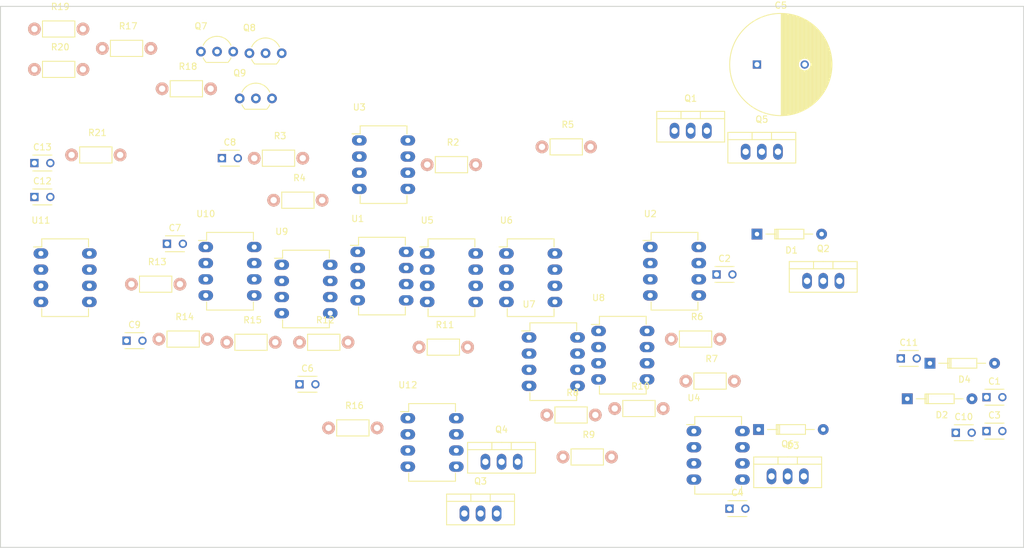
<source format=kicad_pcb>
(kicad_pcb (version 4) (host pcbnew 4.0.5)

  (general
    (links 128)
    (no_connects 128)
    (area 31.420999 27.571 192.353001 113.867001)
    (thickness 1.6)
    (drawings 5)
    (tracks 0)
    (zones 0)
    (modules 58)
    (nets 43)
  )

  (page A4)
  (layers
    (0 F.Cu signal)
    (31 B.Cu signal)
    (32 B.Adhes user)
    (33 F.Adhes user)
    (34 B.Paste user)
    (35 F.Paste user)
    (36 B.SilkS user)
    (37 F.SilkS user)
    (38 B.Mask user)
    (39 F.Mask user)
    (40 Dwgs.User user)
    (41 Cmts.User user)
    (42 Eco1.User user)
    (43 Eco2.User user)
    (44 Edge.Cuts user)
    (45 Margin user)
    (46 B.CrtYd user)
    (47 F.CrtYd user)
    (48 B.Fab user)
    (49 F.Fab user)
  )

  (setup
    (last_trace_width 0.25)
    (trace_clearance 0.2)
    (zone_clearance 0.508)
    (zone_45_only no)
    (trace_min 0.2)
    (segment_width 0.2)
    (edge_width 0.15)
    (via_size 0.6)
    (via_drill 0.4)
    (via_min_size 0.4)
    (via_min_drill 0.3)
    (uvia_size 0.3)
    (uvia_drill 0.1)
    (uvias_allowed no)
    (uvia_min_size 0.2)
    (uvia_min_drill 0.1)
    (pcb_text_width 0.3)
    (pcb_text_size 1.5 1.5)
    (mod_edge_width 0.15)
    (mod_text_size 1 1)
    (mod_text_width 0.15)
    (pad_size 1.524 1.524)
    (pad_drill 0.762)
    (pad_to_mask_clearance 0.2)
    (aux_axis_origin 0 0)
    (visible_elements FFFFFF7F)
    (pcbplotparams
      (layerselection 0x00030_80000001)
      (usegerberextensions false)
      (excludeedgelayer true)
      (linewidth 0.100000)
      (plotframeref false)
      (viasonmask false)
      (mode 1)
      (useauxorigin false)
      (hpglpennumber 1)
      (hpglpenspeed 20)
      (hpglpendiameter 15)
      (hpglpenoverlay 2)
      (psnegative false)
      (psa4output false)
      (plotreference true)
      (plotvalue true)
      (plotinvisibletext false)
      (padsonsilk false)
      (subtractmaskfromsilk false)
      (outputformat 1)
      (mirror false)
      (drillshape 1)
      (scaleselection 1)
      (outputdirectory ""))
  )

  (net 0 "")
  (net 1 VCC)
  (net 2 GND)
  (net 3 "Net-(C2-Pad1)")
  (net 4 /H-Bridge/LeftDriver/Vs)
  (net 5 "Net-(C4-Pad1)")
  (net 6 /H-Bridge/LOAD1)
  (net 7 /H-Bridge/V_DC)
  (net 8 /H-Bridge/PWM-Generator/Triangle-Wave-Generator/VTRI)
  (net 9 "Net-(C6-Pad2)")
  (net 10 "Net-(C7-Pad1)")
  (net 11 "Net-(C7-Pad2)")
  (net 12 /H-Bridge/PWM-Generator/60Hz-Ref/Vout)
  (net 13 "Net-(C9-Pad2)")
  (net 14 "Net-(C11-Pad1)")
  (net 15 /BuckConverter/vs)
  (net 16 /BuckConverter/Feedback/Vramp)
  (net 17 /H-Bridge/LeftDriver/H_Drive)
  (net 18 /H-Bridge/LeftDriver/L_Drive)
  (net 19 /BuckConverter/V_IN)
  (net 20 /BuckConverter/High_Drive)
  (net 21 /BuckConverter/Low_Drive)
  (net 22 /H-Bridge/RightDriver/H_Drive)
  (net 23 /H-Bridge/RightDriver/L_Drive)
  (net 24 "Net-(Q7-Pad2)")
  (net 25 "Net-(Q7-Pad1)")
  (net 26 "Net-(Q8-Pad2)")
  (net 27 "Net-(Q8-Pad3)")
  (net 28 "Net-(R2-Pad1)")
  (net 29 "Net-(R2-Pad2)")
  (net 30 "Net-(R3-Pad2)")
  (net 31 /BuckConverter/Feedback/V_Ref)
  (net 32 "Net-(R6-Pad1)")
  (net 33 "Net-(R7-Pad1)")
  (net 34 "Net-(R8-Pad1)")
  (net 35 "Net-(R10-Pad2)")
  (net 36 "Net-(R10-Pad1)")
  (net 37 "Net-(R11-Pad1)")
  (net 38 "Net-(R16-Pad1)")
  (net 39 VEE)
  (net 40 /BuckConverter/Feedback/DutyCycle)
  (net 41 /H-Bridge/LeftDriver/PWM)
  (net 42 /H-Bridge/RightDriver/PWM)

  (net_class Default "This is the default net class."
    (clearance 0.2)
    (trace_width 0.25)
    (via_dia 0.6)
    (via_drill 0.4)
    (uvia_dia 0.3)
    (uvia_drill 0.1)
    (add_net /BuckConverter/Feedback/DutyCycle)
    (add_net /BuckConverter/Feedback/V_Ref)
    (add_net /BuckConverter/Feedback/Vramp)
    (add_net /BuckConverter/High_Drive)
    (add_net /BuckConverter/Low_Drive)
    (add_net /BuckConverter/V_IN)
    (add_net /BuckConverter/vs)
    (add_net /H-Bridge/LOAD1)
    (add_net /H-Bridge/LeftDriver/H_Drive)
    (add_net /H-Bridge/LeftDriver/L_Drive)
    (add_net /H-Bridge/LeftDriver/PWM)
    (add_net /H-Bridge/LeftDriver/Vs)
    (add_net /H-Bridge/PWM-Generator/60Hz-Ref/Vout)
    (add_net /H-Bridge/PWM-Generator/Triangle-Wave-Generator/VTRI)
    (add_net /H-Bridge/RightDriver/H_Drive)
    (add_net /H-Bridge/RightDriver/L_Drive)
    (add_net /H-Bridge/RightDriver/PWM)
    (add_net /H-Bridge/V_DC)
    (add_net GND)
    (add_net "Net-(C11-Pad1)")
    (add_net "Net-(C2-Pad1)")
    (add_net "Net-(C4-Pad1)")
    (add_net "Net-(C6-Pad2)")
    (add_net "Net-(C7-Pad1)")
    (add_net "Net-(C7-Pad2)")
    (add_net "Net-(C9-Pad2)")
    (add_net "Net-(Q7-Pad1)")
    (add_net "Net-(Q7-Pad2)")
    (add_net "Net-(Q8-Pad2)")
    (add_net "Net-(Q8-Pad3)")
    (add_net "Net-(R10-Pad1)")
    (add_net "Net-(R10-Pad2)")
    (add_net "Net-(R11-Pad1)")
    (add_net "Net-(R16-Pad1)")
    (add_net "Net-(R2-Pad1)")
    (add_net "Net-(R2-Pad2)")
    (add_net "Net-(R3-Pad2)")
    (add_net "Net-(R6-Pad1)")
    (add_net "Net-(R7-Pad1)")
    (add_net "Net-(R8-Pad1)")
    (add_net VCC)
    (add_net VEE)
  )

  (module Capacitors_THT:C_Disc_D3_P2.5 placed (layer F.Cu) (tedit 0) (tstamp 590C25D2)
    (at 186.436 90.17)
    (descr "Capacitor 3mm Disc, Pitch 2.5mm")
    (tags Capacitor)
    (path /590BF697/590BF89E/590C1C5C)
    (fp_text reference C1 (at 1.25 -2.5) (layer F.SilkS)
      (effects (font (size 1 1) (thickness 0.15)))
    )
    (fp_text value 100nF (at 1.25 2.5) (layer F.Fab)
      (effects (font (size 1 1) (thickness 0.15)))
    )
    (fp_line (start -0.9 -1.5) (end 3.4 -1.5) (layer F.CrtYd) (width 0.05))
    (fp_line (start 3.4 -1.5) (end 3.4 1.5) (layer F.CrtYd) (width 0.05))
    (fp_line (start 3.4 1.5) (end -0.9 1.5) (layer F.CrtYd) (width 0.05))
    (fp_line (start -0.9 1.5) (end -0.9 -1.5) (layer F.CrtYd) (width 0.05))
    (fp_line (start -0.25 -1.25) (end 2.75 -1.25) (layer F.SilkS) (width 0.15))
    (fp_line (start 2.75 1.25) (end -0.25 1.25) (layer F.SilkS) (width 0.15))
    (pad 1 thru_hole rect (at 0 0) (size 1.3 1.3) (drill 0.8) (layers *.Cu *.Mask)
      (net 1 VCC))
    (pad 2 thru_hole circle (at 2.5 0) (size 1.3 1.3) (drill 0.8001) (layers *.Cu *.Mask)
      (net 2 GND))
    (model Capacitors_ThroughHole.3dshapes/C_Disc_D3_P2.5.wrl
      (at (xyz 0.0492126 0 0))
      (scale (xyz 1 1 1))
      (rotate (xyz 0 0 0))
    )
  )

  (module Capacitors_THT:C_Disc_D3_P2.5 placed (layer F.Cu) (tedit 0) (tstamp 590C25D8)
    (at 144.018 70.866)
    (descr "Capacitor 3mm Disc, Pitch 2.5mm")
    (tags Capacitor)
    (path /590BF697/590BF89E/58E4B90B)
    (fp_text reference C2 (at 1.25 -2.5) (layer F.SilkS)
      (effects (font (size 1 1) (thickness 0.15)))
    )
    (fp_text value BootStrap (at 1.25 2.5) (layer F.Fab)
      (effects (font (size 1 1) (thickness 0.15)))
    )
    (fp_line (start -0.9 -1.5) (end 3.4 -1.5) (layer F.CrtYd) (width 0.05))
    (fp_line (start 3.4 -1.5) (end 3.4 1.5) (layer F.CrtYd) (width 0.05))
    (fp_line (start 3.4 1.5) (end -0.9 1.5) (layer F.CrtYd) (width 0.05))
    (fp_line (start -0.9 1.5) (end -0.9 -1.5) (layer F.CrtYd) (width 0.05))
    (fp_line (start -0.25 -1.25) (end 2.75 -1.25) (layer F.SilkS) (width 0.15))
    (fp_line (start 2.75 1.25) (end -0.25 1.25) (layer F.SilkS) (width 0.15))
    (pad 1 thru_hole rect (at 0 0) (size 1.3 1.3) (drill 0.8) (layers *.Cu *.Mask)
      (net 3 "Net-(C2-Pad1)"))
    (pad 2 thru_hole circle (at 2.5 0) (size 1.3 1.3) (drill 0.8001) (layers *.Cu *.Mask)
      (net 4 /H-Bridge/LeftDriver/Vs))
    (model Capacitors_ThroughHole.3dshapes/C_Disc_D3_P2.5.wrl
      (at (xyz 0.0492126 0 0))
      (scale (xyz 1 1 1))
      (rotate (xyz 0 0 0))
    )
  )

  (module Capacitors_THT:C_Disc_D3_P2.5 placed (layer F.Cu) (tedit 0) (tstamp 590C25DE)
    (at 186.436 95.504)
    (descr "Capacitor 3mm Disc, Pitch 2.5mm")
    (tags Capacitor)
    (path /590BF697/590BFE78/590C1C5C)
    (fp_text reference C3 (at 1.25 -2.5) (layer F.SilkS)
      (effects (font (size 1 1) (thickness 0.15)))
    )
    (fp_text value 100nF (at 1.25 2.5) (layer F.Fab)
      (effects (font (size 1 1) (thickness 0.15)))
    )
    (fp_line (start -0.9 -1.5) (end 3.4 -1.5) (layer F.CrtYd) (width 0.05))
    (fp_line (start 3.4 -1.5) (end 3.4 1.5) (layer F.CrtYd) (width 0.05))
    (fp_line (start 3.4 1.5) (end -0.9 1.5) (layer F.CrtYd) (width 0.05))
    (fp_line (start -0.9 1.5) (end -0.9 -1.5) (layer F.CrtYd) (width 0.05))
    (fp_line (start -0.25 -1.25) (end 2.75 -1.25) (layer F.SilkS) (width 0.15))
    (fp_line (start 2.75 1.25) (end -0.25 1.25) (layer F.SilkS) (width 0.15))
    (pad 1 thru_hole rect (at 0 0) (size 1.3 1.3) (drill 0.8) (layers *.Cu *.Mask)
      (net 1 VCC))
    (pad 2 thru_hole circle (at 2.5 0) (size 1.3 1.3) (drill 0.8001) (layers *.Cu *.Mask)
      (net 2 GND))
    (model Capacitors_ThroughHole.3dshapes/C_Disc_D3_P2.5.wrl
      (at (xyz 0.0492126 0 0))
      (scale (xyz 1 1 1))
      (rotate (xyz 0 0 0))
    )
  )

  (module Capacitors_THT:C_Disc_D3_P2.5 placed (layer F.Cu) (tedit 0) (tstamp 590C25E4)
    (at 146.05 107.696)
    (descr "Capacitor 3mm Disc, Pitch 2.5mm")
    (tags Capacitor)
    (path /590BF697/590BFE78/58E4B90B)
    (fp_text reference C4 (at 1.25 -2.5) (layer F.SilkS)
      (effects (font (size 1 1) (thickness 0.15)))
    )
    (fp_text value BootStrap (at 1.25 2.5) (layer F.Fab)
      (effects (font (size 1 1) (thickness 0.15)))
    )
    (fp_line (start -0.9 -1.5) (end 3.4 -1.5) (layer F.CrtYd) (width 0.05))
    (fp_line (start 3.4 -1.5) (end 3.4 1.5) (layer F.CrtYd) (width 0.05))
    (fp_line (start 3.4 1.5) (end -0.9 1.5) (layer F.CrtYd) (width 0.05))
    (fp_line (start -0.9 1.5) (end -0.9 -1.5) (layer F.CrtYd) (width 0.05))
    (fp_line (start -0.25 -1.25) (end 2.75 -1.25) (layer F.SilkS) (width 0.15))
    (fp_line (start 2.75 1.25) (end -0.25 1.25) (layer F.SilkS) (width 0.15))
    (pad 1 thru_hole rect (at 0 0) (size 1.3 1.3) (drill 0.8) (layers *.Cu *.Mask)
      (net 5 "Net-(C4-Pad1)"))
    (pad 2 thru_hole circle (at 2.5 0) (size 1.3 1.3) (drill 0.8001) (layers *.Cu *.Mask)
      (net 6 /H-Bridge/LOAD1))
    (model Capacitors_ThroughHole.3dshapes/C_Disc_D3_P2.5.wrl
      (at (xyz 0.0492126 0 0))
      (scale (xyz 1 1 1))
      (rotate (xyz 0 0 0))
    )
  )

  (module Capacitors_THT:C_Radial_D16_L30_P7.5 placed (layer F.Cu) (tedit 0) (tstamp 590C25EA)
    (at 150.368 37.846)
    (descr "Radial Electrolytic Capacitor Diameter 16mm x Length 25mm, Pitch 7.5mm")
    (tags "Electrolytic Capacitor")
    (path /590C195A/58B74ED9)
    (fp_text reference C5 (at 3.75 -9.3) (layer F.SilkS)
      (effects (font (size 1 1) (thickness 0.15)))
    )
    (fp_text value CP1 (at 3.75 9.3) (layer F.Fab)
      (effects (font (size 1 1) (thickness 0.15)))
    )
    (fp_line (start 3.825 -8) (end 3.825 8) (layer F.SilkS) (width 0.15))
    (fp_line (start 3.965 -7.997) (end 3.965 7.997) (layer F.SilkS) (width 0.15))
    (fp_line (start 4.105 -7.992) (end 4.105 7.992) (layer F.SilkS) (width 0.15))
    (fp_line (start 4.245 -7.985) (end 4.245 7.985) (layer F.SilkS) (width 0.15))
    (fp_line (start 4.385 -7.975) (end 4.385 7.975) (layer F.SilkS) (width 0.15))
    (fp_line (start 4.525 -7.962) (end 4.525 7.962) (layer F.SilkS) (width 0.15))
    (fp_line (start 4.665 -7.948) (end 4.665 7.948) (layer F.SilkS) (width 0.15))
    (fp_line (start 4.805 -7.93) (end 4.805 7.93) (layer F.SilkS) (width 0.15))
    (fp_line (start 4.945 -7.91) (end 4.945 7.91) (layer F.SilkS) (width 0.15))
    (fp_line (start 5.085 -7.888) (end 5.085 7.888) (layer F.SilkS) (width 0.15))
    (fp_line (start 5.225 -7.863) (end 5.225 7.863) (layer F.SilkS) (width 0.15))
    (fp_line (start 5.365 -7.835) (end 5.365 7.835) (layer F.SilkS) (width 0.15))
    (fp_line (start 5.505 -7.805) (end 5.505 7.805) (layer F.SilkS) (width 0.15))
    (fp_line (start 5.645 -7.772) (end 5.645 7.772) (layer F.SilkS) (width 0.15))
    (fp_line (start 5.785 -7.737) (end 5.785 7.737) (layer F.SilkS) (width 0.15))
    (fp_line (start 5.925 -7.699) (end 5.925 7.699) (layer F.SilkS) (width 0.15))
    (fp_line (start 6.065 -7.658) (end 6.065 7.658) (layer F.SilkS) (width 0.15))
    (fp_line (start 6.205 -7.614) (end 6.205 7.614) (layer F.SilkS) (width 0.15))
    (fp_line (start 6.345 -7.567) (end 6.345 7.567) (layer F.SilkS) (width 0.15))
    (fp_line (start 6.485 -7.518) (end 6.485 7.518) (layer F.SilkS) (width 0.15))
    (fp_line (start 6.625 -7.466) (end 6.625 -0.484) (layer F.SilkS) (width 0.15))
    (fp_line (start 6.625 0.484) (end 6.625 7.466) (layer F.SilkS) (width 0.15))
    (fp_line (start 6.765 -7.41) (end 6.765 -0.678) (layer F.SilkS) (width 0.15))
    (fp_line (start 6.765 0.678) (end 6.765 7.41) (layer F.SilkS) (width 0.15))
    (fp_line (start 6.905 -7.352) (end 6.905 -0.804) (layer F.SilkS) (width 0.15))
    (fp_line (start 6.905 0.804) (end 6.905 7.352) (layer F.SilkS) (width 0.15))
    (fp_line (start 7.045 -7.29) (end 7.045 -0.89) (layer F.SilkS) (width 0.15))
    (fp_line (start 7.045 0.89) (end 7.045 7.29) (layer F.SilkS) (width 0.15))
    (fp_line (start 7.185 -7.225) (end 7.185 -0.949) (layer F.SilkS) (width 0.15))
    (fp_line (start 7.185 0.949) (end 7.185 7.225) (layer F.SilkS) (width 0.15))
    (fp_line (start 7.325 -7.157) (end 7.325 -0.985) (layer F.SilkS) (width 0.15))
    (fp_line (start 7.325 0.985) (end 7.325 7.157) (layer F.SilkS) (width 0.15))
    (fp_line (start 7.465 -7.085) (end 7.465 -0.999) (layer F.SilkS) (width 0.15))
    (fp_line (start 7.465 0.999) (end 7.465 7.085) (layer F.SilkS) (width 0.15))
    (fp_line (start 7.605 -7.01) (end 7.605 -0.994) (layer F.SilkS) (width 0.15))
    (fp_line (start 7.605 0.994) (end 7.605 7.01) (layer F.SilkS) (width 0.15))
    (fp_line (start 7.745 -6.931) (end 7.745 -0.97) (layer F.SilkS) (width 0.15))
    (fp_line (start 7.745 0.97) (end 7.745 6.931) (layer F.SilkS) (width 0.15))
    (fp_line (start 7.885 -6.848) (end 7.885 -0.923) (layer F.SilkS) (width 0.15))
    (fp_line (start 7.885 0.923) (end 7.885 6.848) (layer F.SilkS) (width 0.15))
    (fp_line (start 8.025 -6.762) (end 8.025 -0.851) (layer F.SilkS) (width 0.15))
    (fp_line (start 8.025 0.851) (end 8.025 6.762) (layer F.SilkS) (width 0.15))
    (fp_line (start 8.165 -6.671) (end 8.165 -0.747) (layer F.SilkS) (width 0.15))
    (fp_line (start 8.165 0.747) (end 8.165 6.671) (layer F.SilkS) (width 0.15))
    (fp_line (start 8.305 -6.577) (end 8.305 -0.593) (layer F.SilkS) (width 0.15))
    (fp_line (start 8.305 0.593) (end 8.305 6.577) (layer F.SilkS) (width 0.15))
    (fp_line (start 8.445 -6.477) (end 8.445 -0.327) (layer F.SilkS) (width 0.15))
    (fp_line (start 8.445 0.327) (end 8.445 6.477) (layer F.SilkS) (width 0.15))
    (fp_line (start 8.585 -6.374) (end 8.585 6.374) (layer F.SilkS) (width 0.15))
    (fp_line (start 8.725 -6.265) (end 8.725 6.265) (layer F.SilkS) (width 0.15))
    (fp_line (start 8.865 -6.151) (end 8.865 6.151) (layer F.SilkS) (width 0.15))
    (fp_line (start 9.005 -6.032) (end 9.005 6.032) (layer F.SilkS) (width 0.15))
    (fp_line (start 9.145 -5.907) (end 9.145 5.907) (layer F.SilkS) (width 0.15))
    (fp_line (start 9.285 -5.776) (end 9.285 5.776) (layer F.SilkS) (width 0.15))
    (fp_line (start 9.425 -5.639) (end 9.425 5.639) (layer F.SilkS) (width 0.15))
    (fp_line (start 9.565 -5.494) (end 9.565 5.494) (layer F.SilkS) (width 0.15))
    (fp_line (start 9.705 -5.342) (end 9.705 5.342) (layer F.SilkS) (width 0.15))
    (fp_line (start 9.845 -5.182) (end 9.845 5.182) (layer F.SilkS) (width 0.15))
    (fp_line (start 9.985 -5.012) (end 9.985 5.012) (layer F.SilkS) (width 0.15))
    (fp_line (start 10.125 -4.833) (end 10.125 4.833) (layer F.SilkS) (width 0.15))
    (fp_line (start 10.265 -4.643) (end 10.265 4.643) (layer F.SilkS) (width 0.15))
    (fp_line (start 10.405 -4.44) (end 10.405 4.44) (layer F.SilkS) (width 0.15))
    (fp_line (start 10.545 -4.222) (end 10.545 4.222) (layer F.SilkS) (width 0.15))
    (fp_line (start 10.685 -3.988) (end 10.685 3.988) (layer F.SilkS) (width 0.15))
    (fp_line (start 10.825 -3.734) (end 10.825 3.734) (layer F.SilkS) (width 0.15))
    (fp_line (start 10.965 -3.456) (end 10.965 3.456) (layer F.SilkS) (width 0.15))
    (fp_line (start 11.105 -3.147) (end 11.105 3.147) (layer F.SilkS) (width 0.15))
    (fp_line (start 11.245 -2.797) (end 11.245 2.797) (layer F.SilkS) (width 0.15))
    (fp_line (start 11.385 -2.389) (end 11.385 2.389) (layer F.SilkS) (width 0.15))
    (fp_line (start 11.525 -1.884) (end 11.525 1.884) (layer F.SilkS) (width 0.15))
    (fp_line (start 11.665 -1.163) (end 11.665 1.163) (layer F.SilkS) (width 0.15))
    (fp_circle (center 7.5 0) (end 7.5 -1) (layer F.SilkS) (width 0.15))
    (fp_circle (center 3.75 0) (end 3.75 -8.0375) (layer F.SilkS) (width 0.15))
    (fp_circle (center 3.75 0) (end 3.75 -8.3) (layer F.CrtYd) (width 0.05))
    (pad 1 thru_hole rect (at 0 0) (size 1.3 1.3) (drill 0.8) (layers *.Cu *.Mask)
      (net 7 /H-Bridge/V_DC))
    (pad 2 thru_hole circle (at 7.5 0) (size 1.3 1.3) (drill 0.8) (layers *.Cu *.Mask)
      (net 2 GND))
    (model Capacitors_ThroughHole.3dshapes/C_Radial_D16_L30_P7.5.wrl
      (at (xyz 0.147638 0 0))
      (scale (xyz 1 1 1))
      (rotate (xyz 0 0 90))
    )
  )

  (module Capacitors_THT:C_Disc_D3_P2.5 placed (layer F.Cu) (tedit 0) (tstamp 590C25F0)
    (at 78.486 88.138)
    (descr "Capacitor 3mm Disc, Pitch 2.5mm")
    (tags Capacitor)
    (path /590BF697/590C0CE7/58E4DD20/58E4F953)
    (fp_text reference C6 (at 1.25 -2.5) (layer F.SilkS)
      (effects (font (size 1 1) (thickness 0.15)))
    )
    (fp_text value C_T (at 1.25 2.5) (layer F.Fab)
      (effects (font (size 1 1) (thickness 0.15)))
    )
    (fp_line (start -0.9 -1.5) (end 3.4 -1.5) (layer F.CrtYd) (width 0.05))
    (fp_line (start 3.4 -1.5) (end 3.4 1.5) (layer F.CrtYd) (width 0.05))
    (fp_line (start 3.4 1.5) (end -0.9 1.5) (layer F.CrtYd) (width 0.05))
    (fp_line (start -0.9 1.5) (end -0.9 -1.5) (layer F.CrtYd) (width 0.05))
    (fp_line (start -0.25 -1.25) (end 2.75 -1.25) (layer F.SilkS) (width 0.15))
    (fp_line (start 2.75 1.25) (end -0.25 1.25) (layer F.SilkS) (width 0.15))
    (pad 1 thru_hole rect (at 0 0) (size 1.3 1.3) (drill 0.8) (layers *.Cu *.Mask)
      (net 8 /H-Bridge/PWM-Generator/Triangle-Wave-Generator/VTRI))
    (pad 2 thru_hole circle (at 2.5 0) (size 1.3 1.3) (drill 0.8001) (layers *.Cu *.Mask)
      (net 9 "Net-(C6-Pad2)"))
    (model Capacitors_ThroughHole.3dshapes/C_Disc_D3_P2.5.wrl
      (at (xyz 0.0492126 0 0))
      (scale (xyz 1 1 1))
      (rotate (xyz 0 0 0))
    )
  )

  (module Capacitors_THT:C_Disc_D3_P2.5 placed (layer F.Cu) (tedit 0) (tstamp 590C25F6)
    (at 57.658 66.04)
    (descr "Capacitor 3mm Disc, Pitch 2.5mm")
    (tags Capacitor)
    (path /590BF697/590C0CE7/58E4DD23/58E51104)
    (fp_text reference C7 (at 1.25 -2.5) (layer F.SilkS)
      (effects (font (size 1 1) (thickness 0.15)))
    )
    (fp_text value C_S1 (at 1.25 2.5) (layer F.Fab)
      (effects (font (size 1 1) (thickness 0.15)))
    )
    (fp_line (start -0.9 -1.5) (end 3.4 -1.5) (layer F.CrtYd) (width 0.05))
    (fp_line (start 3.4 -1.5) (end 3.4 1.5) (layer F.CrtYd) (width 0.05))
    (fp_line (start 3.4 1.5) (end -0.9 1.5) (layer F.CrtYd) (width 0.05))
    (fp_line (start -0.9 1.5) (end -0.9 -1.5) (layer F.CrtYd) (width 0.05))
    (fp_line (start -0.25 -1.25) (end 2.75 -1.25) (layer F.SilkS) (width 0.15))
    (fp_line (start 2.75 1.25) (end -0.25 1.25) (layer F.SilkS) (width 0.15))
    (pad 1 thru_hole rect (at 0 0) (size 1.3 1.3) (drill 0.8) (layers *.Cu *.Mask)
      (net 10 "Net-(C7-Pad1)"))
    (pad 2 thru_hole circle (at 2.5 0) (size 1.3 1.3) (drill 0.8001) (layers *.Cu *.Mask)
      (net 11 "Net-(C7-Pad2)"))
    (model Capacitors_ThroughHole.3dshapes/C_Disc_D3_P2.5.wrl
      (at (xyz 0.0492126 0 0))
      (scale (xyz 1 1 1))
      (rotate (xyz 0 0 0))
    )
  )

  (module Capacitors_THT:C_Disc_D3_P2.5 placed (layer F.Cu) (tedit 0) (tstamp 590C25FC)
    (at 66.294 52.578)
    (descr "Capacitor 3mm Disc, Pitch 2.5mm")
    (tags Capacitor)
    (path /590BF697/590C0CE7/58E4DD23/58E512EF)
    (fp_text reference C8 (at 1.25 -2.5) (layer F.SilkS)
      (effects (font (size 1 1) (thickness 0.15)))
    )
    (fp_text value C_S3 (at 1.25 2.5) (layer F.Fab)
      (effects (font (size 1 1) (thickness 0.15)))
    )
    (fp_line (start -0.9 -1.5) (end 3.4 -1.5) (layer F.CrtYd) (width 0.05))
    (fp_line (start 3.4 -1.5) (end 3.4 1.5) (layer F.CrtYd) (width 0.05))
    (fp_line (start 3.4 1.5) (end -0.9 1.5) (layer F.CrtYd) (width 0.05))
    (fp_line (start -0.9 1.5) (end -0.9 -1.5) (layer F.CrtYd) (width 0.05))
    (fp_line (start -0.25 -1.25) (end 2.75 -1.25) (layer F.SilkS) (width 0.15))
    (fp_line (start 2.75 1.25) (end -0.25 1.25) (layer F.SilkS) (width 0.15))
    (pad 1 thru_hole rect (at 0 0) (size 1.3 1.3) (drill 0.8) (layers *.Cu *.Mask)
      (net 2 GND))
    (pad 2 thru_hole circle (at 2.5 0) (size 1.3 1.3) (drill 0.8001) (layers *.Cu *.Mask)
      (net 2 GND))
    (model Capacitors_ThroughHole.3dshapes/C_Disc_D3_P2.5.wrl
      (at (xyz 0.0492126 0 0))
      (scale (xyz 1 1 1))
      (rotate (xyz 0 0 0))
    )
  )

  (module Capacitors_THT:C_Disc_D3_P2.5 placed (layer F.Cu) (tedit 0) (tstamp 590C2602)
    (at 51.308 81.28)
    (descr "Capacitor 3mm Disc, Pitch 2.5mm")
    (tags Capacitor)
    (path /590BF697/590C0CE7/58E4DD23/58E50E7C)
    (fp_text reference C9 (at 1.25 -2.5) (layer F.SilkS)
      (effects (font (size 1 1) (thickness 0.15)))
    )
    (fp_text value C_S2 (at 1.25 2.5) (layer F.Fab)
      (effects (font (size 1 1) (thickness 0.15)))
    )
    (fp_line (start -0.9 -1.5) (end 3.4 -1.5) (layer F.CrtYd) (width 0.05))
    (fp_line (start 3.4 -1.5) (end 3.4 1.5) (layer F.CrtYd) (width 0.05))
    (fp_line (start 3.4 1.5) (end -0.9 1.5) (layer F.CrtYd) (width 0.05))
    (fp_line (start -0.9 1.5) (end -0.9 -1.5) (layer F.CrtYd) (width 0.05))
    (fp_line (start -0.25 -1.25) (end 2.75 -1.25) (layer F.SilkS) (width 0.15))
    (fp_line (start 2.75 1.25) (end -0.25 1.25) (layer F.SilkS) (width 0.15))
    (pad 1 thru_hole rect (at 0 0) (size 1.3 1.3) (drill 0.8) (layers *.Cu *.Mask)
      (net 12 /H-Bridge/PWM-Generator/60Hz-Ref/Vout))
    (pad 2 thru_hole circle (at 2.5 0) (size 1.3 1.3) (drill 0.8001) (layers *.Cu *.Mask)
      (net 13 "Net-(C9-Pad2)"))
    (model Capacitors_ThroughHole.3dshapes/C_Disc_D3_P2.5.wrl
      (at (xyz 0.0492126 0 0))
      (scale (xyz 1 1 1))
      (rotate (xyz 0 0 0))
    )
  )

  (module Capacitors_THT:C_Disc_D3_P2.5 placed (layer F.Cu) (tedit 0) (tstamp 590C2608)
    (at 181.61 95.758)
    (descr "Capacitor 3mm Disc, Pitch 2.5mm")
    (tags Capacitor)
    (path /590C195A/590C2003/590C1C5C)
    (fp_text reference C10 (at 1.25 -2.5) (layer F.SilkS)
      (effects (font (size 1 1) (thickness 0.15)))
    )
    (fp_text value 100nF (at 1.25 2.5) (layer F.Fab)
      (effects (font (size 1 1) (thickness 0.15)))
    )
    (fp_line (start -0.9 -1.5) (end 3.4 -1.5) (layer F.CrtYd) (width 0.05))
    (fp_line (start 3.4 -1.5) (end 3.4 1.5) (layer F.CrtYd) (width 0.05))
    (fp_line (start 3.4 1.5) (end -0.9 1.5) (layer F.CrtYd) (width 0.05))
    (fp_line (start -0.9 1.5) (end -0.9 -1.5) (layer F.CrtYd) (width 0.05))
    (fp_line (start -0.25 -1.25) (end 2.75 -1.25) (layer F.SilkS) (width 0.15))
    (fp_line (start 2.75 1.25) (end -0.25 1.25) (layer F.SilkS) (width 0.15))
    (pad 1 thru_hole rect (at 0 0) (size 1.3 1.3) (drill 0.8) (layers *.Cu *.Mask)
      (net 1 VCC))
    (pad 2 thru_hole circle (at 2.5 0) (size 1.3 1.3) (drill 0.8001) (layers *.Cu *.Mask)
      (net 2 GND))
    (model Capacitors_ThroughHole.3dshapes/C_Disc_D3_P2.5.wrl
      (at (xyz 0.0492126 0 0))
      (scale (xyz 1 1 1))
      (rotate (xyz 0 0 0))
    )
  )

  (module Capacitors_THT:C_Disc_D3_P2.5 placed (layer F.Cu) (tedit 0) (tstamp 590C260E)
    (at 172.974 84.074)
    (descr "Capacitor 3mm Disc, Pitch 2.5mm")
    (tags Capacitor)
    (path /590C195A/590C2003/58E4B90B)
    (fp_text reference C11 (at 1.25 -2.5) (layer F.SilkS)
      (effects (font (size 1 1) (thickness 0.15)))
    )
    (fp_text value BootStrap (at 1.25 2.5) (layer F.Fab)
      (effects (font (size 1 1) (thickness 0.15)))
    )
    (fp_line (start -0.9 -1.5) (end 3.4 -1.5) (layer F.CrtYd) (width 0.05))
    (fp_line (start 3.4 -1.5) (end 3.4 1.5) (layer F.CrtYd) (width 0.05))
    (fp_line (start 3.4 1.5) (end -0.9 1.5) (layer F.CrtYd) (width 0.05))
    (fp_line (start -0.9 1.5) (end -0.9 -1.5) (layer F.CrtYd) (width 0.05))
    (fp_line (start -0.25 -1.25) (end 2.75 -1.25) (layer F.SilkS) (width 0.15))
    (fp_line (start 2.75 1.25) (end -0.25 1.25) (layer F.SilkS) (width 0.15))
    (pad 1 thru_hole rect (at 0 0) (size 1.3 1.3) (drill 0.8) (layers *.Cu *.Mask)
      (net 14 "Net-(C11-Pad1)"))
    (pad 2 thru_hole circle (at 2.5 0) (size 1.3 1.3) (drill 0.8001) (layers *.Cu *.Mask)
      (net 15 /BuckConverter/vs))
    (model Capacitors_ThroughHole.3dshapes/C_Disc_D3_P2.5.wrl
      (at (xyz 0.0492126 0 0))
      (scale (xyz 1 1 1))
      (rotate (xyz 0 0 0))
    )
  )

  (module Capacitors_THT:C_Disc_D3_P2.5 placed (layer F.Cu) (tedit 0) (tstamp 590C2614)
    (at 36.83 58.674)
    (descr "Capacitor 3mm Disc, Pitch 2.5mm")
    (tags Capacitor)
    (path /590C195A/590C3201/58B66019/590C4580)
    (fp_text reference C12 (at 1.25 -2.5) (layer F.SilkS)
      (effects (font (size 1 1) (thickness 0.15)))
    )
    (fp_text value 0.01uF (at 1.25 2.5) (layer F.Fab)
      (effects (font (size 1 1) (thickness 0.15)))
    )
    (fp_line (start -0.9 -1.5) (end 3.4 -1.5) (layer F.CrtYd) (width 0.05))
    (fp_line (start 3.4 -1.5) (end 3.4 1.5) (layer F.CrtYd) (width 0.05))
    (fp_line (start 3.4 1.5) (end -0.9 1.5) (layer F.CrtYd) (width 0.05))
    (fp_line (start -0.9 1.5) (end -0.9 -1.5) (layer F.CrtYd) (width 0.05))
    (fp_line (start -0.25 -1.25) (end 2.75 -1.25) (layer F.SilkS) (width 0.15))
    (fp_line (start 2.75 1.25) (end -0.25 1.25) (layer F.SilkS) (width 0.15))
    (pad 1 thru_hole rect (at 0 0) (size 1.3 1.3) (drill 0.8) (layers *.Cu *.Mask)
      (net 16 /BuckConverter/Feedback/Vramp))
    (pad 2 thru_hole circle (at 2.5 0) (size 1.3 1.3) (drill 0.8001) (layers *.Cu *.Mask)
      (net 2 GND))
    (model Capacitors_ThroughHole.3dshapes/C_Disc_D3_P2.5.wrl
      (at (xyz 0.0492126 0 0))
      (scale (xyz 1 1 1))
      (rotate (xyz 0 0 0))
    )
  )

  (module Capacitors_THT:C_Disc_D3_P2.5 placed (layer F.Cu) (tedit 0) (tstamp 590C261A)
    (at 36.83 53.34)
    (descr "Capacitor 3mm Disc, Pitch 2.5mm")
    (tags Capacitor)
    (path /590C195A/590C3201/58B66019/590C45B9)
    (fp_text reference C13 (at 1.25 -2.5) (layer F.SilkS)
      (effects (font (size 1 1) (thickness 0.15)))
    )
    (fp_text value 0.01uF (at 1.25 2.5) (layer F.Fab)
      (effects (font (size 1 1) (thickness 0.15)))
    )
    (fp_line (start -0.9 -1.5) (end 3.4 -1.5) (layer F.CrtYd) (width 0.05))
    (fp_line (start 3.4 -1.5) (end 3.4 1.5) (layer F.CrtYd) (width 0.05))
    (fp_line (start 3.4 1.5) (end -0.9 1.5) (layer F.CrtYd) (width 0.05))
    (fp_line (start -0.9 1.5) (end -0.9 -1.5) (layer F.CrtYd) (width 0.05))
    (fp_line (start -0.25 -1.25) (end 2.75 -1.25) (layer F.SilkS) (width 0.15))
    (fp_line (start 2.75 1.25) (end -0.25 1.25) (layer F.SilkS) (width 0.15))
    (pad 1 thru_hole rect (at 0 0) (size 1.3 1.3) (drill 0.8) (layers *.Cu *.Mask)
      (net 16 /BuckConverter/Feedback/Vramp))
    (pad 2 thru_hole circle (at 2.5 0) (size 1.3 1.3) (drill 0.8001) (layers *.Cu *.Mask)
      (net 2 GND))
    (model Capacitors_ThroughHole.3dshapes/C_Disc_D3_P2.5.wrl
      (at (xyz 0.0492126 0 0))
      (scale (xyz 1 1 1))
      (rotate (xyz 0 0 0))
    )
  )

  (module Diodes_THT:Diode_DO-35_SOD27_Horizontal_RM10 placed (layer F.Cu) (tedit 552FFC30) (tstamp 590C2620)
    (at 150.368 64.516)
    (descr "Diode, DO-35,  SOD27, Horizontal, RM 10mm")
    (tags "Diode, DO-35, SOD27, Horizontal, RM 10mm, 1N4148,")
    (path /590BF697/590BF89E/58E4B49B)
    (fp_text reference D1 (at 5.43052 2.53746) (layer F.SilkS)
      (effects (font (size 1 1) (thickness 0.15)))
    )
    (fp_text value D (at 4.41452 -3.55854) (layer F.Fab)
      (effects (font (size 1 1) (thickness 0.15)))
    )
    (fp_line (start 7.36652 -0.00254) (end 8.76352 -0.00254) (layer F.SilkS) (width 0.15))
    (fp_line (start 2.92152 -0.00254) (end 1.39752 -0.00254) (layer F.SilkS) (width 0.15))
    (fp_line (start 3.30252 -0.76454) (end 3.30252 0.75946) (layer F.SilkS) (width 0.15))
    (fp_line (start 3.04852 -0.76454) (end 3.04852 0.75946) (layer F.SilkS) (width 0.15))
    (fp_line (start 2.79452 -0.00254) (end 2.79452 0.75946) (layer F.SilkS) (width 0.15))
    (fp_line (start 2.79452 0.75946) (end 7.36652 0.75946) (layer F.SilkS) (width 0.15))
    (fp_line (start 7.36652 0.75946) (end 7.36652 -0.76454) (layer F.SilkS) (width 0.15))
    (fp_line (start 7.36652 -0.76454) (end 2.79452 -0.76454) (layer F.SilkS) (width 0.15))
    (fp_line (start 2.79452 -0.76454) (end 2.79452 -0.00254) (layer F.SilkS) (width 0.15))
    (pad 2 thru_hole circle (at 10.16052 -0.00254 180) (size 1.69926 1.69926) (drill 0.70104) (layers *.Cu *.Mask)
      (net 1 VCC))
    (pad 1 thru_hole rect (at 0.00052 -0.00254 180) (size 1.69926 1.69926) (drill 0.70104) (layers *.Cu *.Mask)
      (net 3 "Net-(C2-Pad1)"))
    (model Diodes_ThroughHole.3dshapes/Diode_DO-35_SOD27_Horizontal_RM10.wrl
      (at (xyz 0.2 0 0))
      (scale (xyz 0.4 0.4 0.4))
      (rotate (xyz 0 0 180))
    )
  )

  (module Diodes_THT:Diode_DO-35_SOD27_Horizontal_RM10 placed (layer F.Cu) (tedit 552FFC30) (tstamp 590C2626)
    (at 173.99 90.424)
    (descr "Diode, DO-35,  SOD27, Horizontal, RM 10mm")
    (tags "Diode, DO-35, SOD27, Horizontal, RM 10mm, 1N4148,")
    (path /590C195A/58B84A7B)
    (fp_text reference D2 (at 5.43052 2.53746) (layer F.SilkS)
      (effects (font (size 1 1) (thickness 0.15)))
    )
    (fp_text value IN4007 (at 4.41452 -3.55854) (layer F.Fab)
      (effects (font (size 1 1) (thickness 0.15)))
    )
    (fp_line (start 7.36652 -0.00254) (end 8.76352 -0.00254) (layer F.SilkS) (width 0.15))
    (fp_line (start 2.92152 -0.00254) (end 1.39752 -0.00254) (layer F.SilkS) (width 0.15))
    (fp_line (start 3.30252 -0.76454) (end 3.30252 0.75946) (layer F.SilkS) (width 0.15))
    (fp_line (start 3.04852 -0.76454) (end 3.04852 0.75946) (layer F.SilkS) (width 0.15))
    (fp_line (start 2.79452 -0.00254) (end 2.79452 0.75946) (layer F.SilkS) (width 0.15))
    (fp_line (start 2.79452 0.75946) (end 7.36652 0.75946) (layer F.SilkS) (width 0.15))
    (fp_line (start 7.36652 0.75946) (end 7.36652 -0.76454) (layer F.SilkS) (width 0.15))
    (fp_line (start 7.36652 -0.76454) (end 2.79452 -0.76454) (layer F.SilkS) (width 0.15))
    (fp_line (start 2.79452 -0.76454) (end 2.79452 -0.00254) (layer F.SilkS) (width 0.15))
    (pad 2 thru_hole circle (at 10.16052 -0.00254 180) (size 1.69926 1.69926) (drill 0.70104) (layers *.Cu *.Mask)
      (net 2 GND))
    (pad 1 thru_hole rect (at 0.00052 -0.00254 180) (size 1.69926 1.69926) (drill 0.70104) (layers *.Cu *.Mask)
      (net 15 /BuckConverter/vs))
    (model Diodes_ThroughHole.3dshapes/Diode_DO-35_SOD27_Horizontal_RM10.wrl
      (at (xyz 0.2 0 0))
      (scale (xyz 0.4 0.4 0.4))
      (rotate (xyz 0 0 180))
    )
  )

  (module Diodes_THT:Diode_DO-35_SOD27_Horizontal_RM10 placed (layer F.Cu) (tedit 552FFC30) (tstamp 590C262C)
    (at 150.622 95.25)
    (descr "Diode, DO-35,  SOD27, Horizontal, RM 10mm")
    (tags "Diode, DO-35, SOD27, Horizontal, RM 10mm, 1N4148,")
    (path /590BF697/590BFE78/58E4B49B)
    (fp_text reference D3 (at 5.43052 2.53746) (layer F.SilkS)
      (effects (font (size 1 1) (thickness 0.15)))
    )
    (fp_text value D (at 4.41452 -3.55854) (layer F.Fab)
      (effects (font (size 1 1) (thickness 0.15)))
    )
    (fp_line (start 7.36652 -0.00254) (end 8.76352 -0.00254) (layer F.SilkS) (width 0.15))
    (fp_line (start 2.92152 -0.00254) (end 1.39752 -0.00254) (layer F.SilkS) (width 0.15))
    (fp_line (start 3.30252 -0.76454) (end 3.30252 0.75946) (layer F.SilkS) (width 0.15))
    (fp_line (start 3.04852 -0.76454) (end 3.04852 0.75946) (layer F.SilkS) (width 0.15))
    (fp_line (start 2.79452 -0.00254) (end 2.79452 0.75946) (layer F.SilkS) (width 0.15))
    (fp_line (start 2.79452 0.75946) (end 7.36652 0.75946) (layer F.SilkS) (width 0.15))
    (fp_line (start 7.36652 0.75946) (end 7.36652 -0.76454) (layer F.SilkS) (width 0.15))
    (fp_line (start 7.36652 -0.76454) (end 2.79452 -0.76454) (layer F.SilkS) (width 0.15))
    (fp_line (start 2.79452 -0.76454) (end 2.79452 -0.00254) (layer F.SilkS) (width 0.15))
    (pad 2 thru_hole circle (at 10.16052 -0.00254 180) (size 1.69926 1.69926) (drill 0.70104) (layers *.Cu *.Mask)
      (net 1 VCC))
    (pad 1 thru_hole rect (at 0.00052 -0.00254 180) (size 1.69926 1.69926) (drill 0.70104) (layers *.Cu *.Mask)
      (net 5 "Net-(C4-Pad1)"))
    (model Diodes_ThroughHole.3dshapes/Diode_DO-35_SOD27_Horizontal_RM10.wrl
      (at (xyz 0.2 0 0))
      (scale (xyz 0.4 0.4 0.4))
      (rotate (xyz 0 0 180))
    )
  )

  (module Diodes_THT:Diode_DO-35_SOD27_Horizontal_RM10 placed (layer F.Cu) (tedit 552FFC30) (tstamp 590C2632)
    (at 177.546 84.836)
    (descr "Diode, DO-35,  SOD27, Horizontal, RM 10mm")
    (tags "Diode, DO-35, SOD27, Horizontal, RM 10mm, 1N4148,")
    (path /590C195A/590C2003/58E4B49B)
    (fp_text reference D4 (at 5.43052 2.53746) (layer F.SilkS)
      (effects (font (size 1 1) (thickness 0.15)))
    )
    (fp_text value D (at 4.41452 -3.55854) (layer F.Fab)
      (effects (font (size 1 1) (thickness 0.15)))
    )
    (fp_line (start 7.36652 -0.00254) (end 8.76352 -0.00254) (layer F.SilkS) (width 0.15))
    (fp_line (start 2.92152 -0.00254) (end 1.39752 -0.00254) (layer F.SilkS) (width 0.15))
    (fp_line (start 3.30252 -0.76454) (end 3.30252 0.75946) (layer F.SilkS) (width 0.15))
    (fp_line (start 3.04852 -0.76454) (end 3.04852 0.75946) (layer F.SilkS) (width 0.15))
    (fp_line (start 2.79452 -0.00254) (end 2.79452 0.75946) (layer F.SilkS) (width 0.15))
    (fp_line (start 2.79452 0.75946) (end 7.36652 0.75946) (layer F.SilkS) (width 0.15))
    (fp_line (start 7.36652 0.75946) (end 7.36652 -0.76454) (layer F.SilkS) (width 0.15))
    (fp_line (start 7.36652 -0.76454) (end 2.79452 -0.76454) (layer F.SilkS) (width 0.15))
    (fp_line (start 2.79452 -0.76454) (end 2.79452 -0.00254) (layer F.SilkS) (width 0.15))
    (pad 2 thru_hole circle (at 10.16052 -0.00254 180) (size 1.69926 1.69926) (drill 0.70104) (layers *.Cu *.Mask)
      (net 1 VCC))
    (pad 1 thru_hole rect (at 0.00052 -0.00254 180) (size 1.69926 1.69926) (drill 0.70104) (layers *.Cu *.Mask)
      (net 14 "Net-(C11-Pad1)"))
    (model Diodes_ThroughHole.3dshapes/Diode_DO-35_SOD27_Horizontal_RM10.wrl
      (at (xyz 0.2 0 0))
      (scale (xyz 0.4 0.4 0.4))
      (rotate (xyz 0 0 180))
    )
  )

  (module TO_SOT_Packages_THT:TO-220_Neutral123_Vertical placed (layer F.Cu) (tedit 0) (tstamp 590C2639)
    (at 139.954 48.26)
    (descr "TO-220, Neutral, Vertical,")
    (tags "TO-220, Neutral, Vertical,")
    (path /590BF697/58E4A366)
    (fp_text reference Q1 (at 0 -5.08) (layer F.SilkS)
      (effects (font (size 1 1) (thickness 0.15)))
    )
    (fp_text value IRF510 (at 0 3.81) (layer F.Fab)
      (effects (font (size 1 1) (thickness 0.15)))
    )
    (fp_line (start -1.524 -3.048) (end -1.524 -1.905) (layer F.SilkS) (width 0.15))
    (fp_line (start 1.524 -3.048) (end 1.524 -1.905) (layer F.SilkS) (width 0.15))
    (fp_line (start 5.334 -1.905) (end 5.334 1.778) (layer F.SilkS) (width 0.15))
    (fp_line (start 5.334 1.778) (end -5.334 1.778) (layer F.SilkS) (width 0.15))
    (fp_line (start -5.334 1.778) (end -5.334 -1.905) (layer F.SilkS) (width 0.15))
    (fp_line (start 5.334 -3.048) (end 5.334 -1.905) (layer F.SilkS) (width 0.15))
    (fp_line (start 5.334 -1.905) (end -5.334 -1.905) (layer F.SilkS) (width 0.15))
    (fp_line (start -5.334 -1.905) (end -5.334 -3.048) (layer F.SilkS) (width 0.15))
    (fp_line (start 0 -3.048) (end -5.334 -3.048) (layer F.SilkS) (width 0.15))
    (fp_line (start 0 -3.048) (end 5.334 -3.048) (layer F.SilkS) (width 0.15))
    (pad 2 thru_hole oval (at 0 0 90) (size 2.49936 1.50114) (drill 1.00076) (layers *.Cu *.Mask)
      (net 7 /H-Bridge/V_DC))
    (pad 1 thru_hole oval (at -2.54 0 90) (size 2.49936 1.50114) (drill 1.00076) (layers *.Cu *.Mask)
      (net 17 /H-Bridge/LeftDriver/H_Drive))
    (pad 3 thru_hole oval (at 2.54 0 90) (size 2.49936 1.50114) (drill 1.00076) (layers *.Cu *.Mask)
      (net 4 /H-Bridge/LeftDriver/Vs))
    (model TO_SOT_Packages_THT.3dshapes/TO-220_Neutral123_Vertical.wrl
      (at (xyz 0 0 0))
      (scale (xyz 0.3937 0.3937 0.3937))
      (rotate (xyz 0 0 0))
    )
  )

  (module TO_SOT_Packages_THT:TO-220_Neutral123_Vertical placed (layer F.Cu) (tedit 0) (tstamp 590C2640)
    (at 160.782 71.882)
    (descr "TO-220, Neutral, Vertical,")
    (tags "TO-220, Neutral, Vertical,")
    (path /590BF697/58E4A39E)
    (fp_text reference Q2 (at 0 -5.08) (layer F.SilkS)
      (effects (font (size 1 1) (thickness 0.15)))
    )
    (fp_text value IRF510 (at 0 3.81) (layer F.Fab)
      (effects (font (size 1 1) (thickness 0.15)))
    )
    (fp_line (start -1.524 -3.048) (end -1.524 -1.905) (layer F.SilkS) (width 0.15))
    (fp_line (start 1.524 -3.048) (end 1.524 -1.905) (layer F.SilkS) (width 0.15))
    (fp_line (start 5.334 -1.905) (end 5.334 1.778) (layer F.SilkS) (width 0.15))
    (fp_line (start 5.334 1.778) (end -5.334 1.778) (layer F.SilkS) (width 0.15))
    (fp_line (start -5.334 1.778) (end -5.334 -1.905) (layer F.SilkS) (width 0.15))
    (fp_line (start 5.334 -3.048) (end 5.334 -1.905) (layer F.SilkS) (width 0.15))
    (fp_line (start 5.334 -1.905) (end -5.334 -1.905) (layer F.SilkS) (width 0.15))
    (fp_line (start -5.334 -1.905) (end -5.334 -3.048) (layer F.SilkS) (width 0.15))
    (fp_line (start 0 -3.048) (end -5.334 -3.048) (layer F.SilkS) (width 0.15))
    (fp_line (start 0 -3.048) (end 5.334 -3.048) (layer F.SilkS) (width 0.15))
    (pad 2 thru_hole oval (at 0 0 90) (size 2.49936 1.50114) (drill 1.00076) (layers *.Cu *.Mask)
      (net 4 /H-Bridge/LeftDriver/Vs))
    (pad 1 thru_hole oval (at -2.54 0 90) (size 2.49936 1.50114) (drill 1.00076) (layers *.Cu *.Mask)
      (net 18 /H-Bridge/LeftDriver/L_Drive))
    (pad 3 thru_hole oval (at 2.54 0 90) (size 2.49936 1.50114) (drill 1.00076) (layers *.Cu *.Mask)
      (net 2 GND))
    (model TO_SOT_Packages_THT.3dshapes/TO-220_Neutral123_Vertical.wrl
      (at (xyz 0 0 0))
      (scale (xyz 0.3937 0.3937 0.3937))
      (rotate (xyz 0 0 0))
    )
  )

  (module TO_SOT_Packages_THT:TO-220_Neutral123_Vertical placed (layer F.Cu) (tedit 0) (tstamp 590C2647)
    (at 106.934 108.458)
    (descr "TO-220, Neutral, Vertical,")
    (tags "TO-220, Neutral, Vertical,")
    (path /590C195A/58B72E81)
    (fp_text reference Q3 (at 0 -5.08) (layer F.SilkS)
      (effects (font (size 1 1) (thickness 0.15)))
    )
    (fp_text value IRF510 (at 0 3.81) (layer F.Fab)
      (effects (font (size 1 1) (thickness 0.15)))
    )
    (fp_line (start -1.524 -3.048) (end -1.524 -1.905) (layer F.SilkS) (width 0.15))
    (fp_line (start 1.524 -3.048) (end 1.524 -1.905) (layer F.SilkS) (width 0.15))
    (fp_line (start 5.334 -1.905) (end 5.334 1.778) (layer F.SilkS) (width 0.15))
    (fp_line (start 5.334 1.778) (end -5.334 1.778) (layer F.SilkS) (width 0.15))
    (fp_line (start -5.334 1.778) (end -5.334 -1.905) (layer F.SilkS) (width 0.15))
    (fp_line (start 5.334 -3.048) (end 5.334 -1.905) (layer F.SilkS) (width 0.15))
    (fp_line (start 5.334 -1.905) (end -5.334 -1.905) (layer F.SilkS) (width 0.15))
    (fp_line (start -5.334 -1.905) (end -5.334 -3.048) (layer F.SilkS) (width 0.15))
    (fp_line (start 0 -3.048) (end -5.334 -3.048) (layer F.SilkS) (width 0.15))
    (fp_line (start 0 -3.048) (end 5.334 -3.048) (layer F.SilkS) (width 0.15))
    (pad 2 thru_hole oval (at 0 0 90) (size 2.49936 1.50114) (drill 1.00076) (layers *.Cu *.Mask)
      (net 19 /BuckConverter/V_IN))
    (pad 1 thru_hole oval (at -2.54 0 90) (size 2.49936 1.50114) (drill 1.00076) (layers *.Cu *.Mask)
      (net 20 /BuckConverter/High_Drive))
    (pad 3 thru_hole oval (at 2.54 0 90) (size 2.49936 1.50114) (drill 1.00076) (layers *.Cu *.Mask)
      (net 15 /BuckConverter/vs))
    (model TO_SOT_Packages_THT.3dshapes/TO-220_Neutral123_Vertical.wrl
      (at (xyz 0 0 0))
      (scale (xyz 0.3937 0.3937 0.3937))
      (rotate (xyz 0 0 0))
    )
  )

  (module TO_SOT_Packages_THT:TO-220_Neutral123_Vertical placed (layer F.Cu) (tedit 0) (tstamp 590C264E)
    (at 110.236 100.33)
    (descr "TO-220, Neutral, Vertical,")
    (tags "TO-220, Neutral, Vertical,")
    (path /590C195A/58B72EC6)
    (fp_text reference Q4 (at 0 -5.08) (layer F.SilkS)
      (effects (font (size 1 1) (thickness 0.15)))
    )
    (fp_text value IRF510 (at 0 3.81) (layer F.Fab)
      (effects (font (size 1 1) (thickness 0.15)))
    )
    (fp_line (start -1.524 -3.048) (end -1.524 -1.905) (layer F.SilkS) (width 0.15))
    (fp_line (start 1.524 -3.048) (end 1.524 -1.905) (layer F.SilkS) (width 0.15))
    (fp_line (start 5.334 -1.905) (end 5.334 1.778) (layer F.SilkS) (width 0.15))
    (fp_line (start 5.334 1.778) (end -5.334 1.778) (layer F.SilkS) (width 0.15))
    (fp_line (start -5.334 1.778) (end -5.334 -1.905) (layer F.SilkS) (width 0.15))
    (fp_line (start 5.334 -3.048) (end 5.334 -1.905) (layer F.SilkS) (width 0.15))
    (fp_line (start 5.334 -1.905) (end -5.334 -1.905) (layer F.SilkS) (width 0.15))
    (fp_line (start -5.334 -1.905) (end -5.334 -3.048) (layer F.SilkS) (width 0.15))
    (fp_line (start 0 -3.048) (end -5.334 -3.048) (layer F.SilkS) (width 0.15))
    (fp_line (start 0 -3.048) (end 5.334 -3.048) (layer F.SilkS) (width 0.15))
    (pad 2 thru_hole oval (at 0 0 90) (size 2.49936 1.50114) (drill 1.00076) (layers *.Cu *.Mask)
      (net 15 /BuckConverter/vs))
    (pad 1 thru_hole oval (at -2.54 0 90) (size 2.49936 1.50114) (drill 1.00076) (layers *.Cu *.Mask)
      (net 21 /BuckConverter/Low_Drive))
    (pad 3 thru_hole oval (at 2.54 0 90) (size 2.49936 1.50114) (drill 1.00076) (layers *.Cu *.Mask)
      (net 2 GND))
    (model TO_SOT_Packages_THT.3dshapes/TO-220_Neutral123_Vertical.wrl
      (at (xyz 0 0 0))
      (scale (xyz 0.3937 0.3937 0.3937))
      (rotate (xyz 0 0 0))
    )
  )

  (module TO_SOT_Packages_THT:TO-220_Neutral123_Vertical placed (layer F.Cu) (tedit 0) (tstamp 590C2655)
    (at 151.13 51.562)
    (descr "TO-220, Neutral, Vertical,")
    (tags "TO-220, Neutral, Vertical,")
    (path /590BF697/58E4A3BC)
    (fp_text reference Q5 (at 0 -5.08) (layer F.SilkS)
      (effects (font (size 1 1) (thickness 0.15)))
    )
    (fp_text value IRF510 (at 0 3.81) (layer F.Fab)
      (effects (font (size 1 1) (thickness 0.15)))
    )
    (fp_line (start -1.524 -3.048) (end -1.524 -1.905) (layer F.SilkS) (width 0.15))
    (fp_line (start 1.524 -3.048) (end 1.524 -1.905) (layer F.SilkS) (width 0.15))
    (fp_line (start 5.334 -1.905) (end 5.334 1.778) (layer F.SilkS) (width 0.15))
    (fp_line (start 5.334 1.778) (end -5.334 1.778) (layer F.SilkS) (width 0.15))
    (fp_line (start -5.334 1.778) (end -5.334 -1.905) (layer F.SilkS) (width 0.15))
    (fp_line (start 5.334 -3.048) (end 5.334 -1.905) (layer F.SilkS) (width 0.15))
    (fp_line (start 5.334 -1.905) (end -5.334 -1.905) (layer F.SilkS) (width 0.15))
    (fp_line (start -5.334 -1.905) (end -5.334 -3.048) (layer F.SilkS) (width 0.15))
    (fp_line (start 0 -3.048) (end -5.334 -3.048) (layer F.SilkS) (width 0.15))
    (fp_line (start 0 -3.048) (end 5.334 -3.048) (layer F.SilkS) (width 0.15))
    (pad 2 thru_hole oval (at 0 0 90) (size 2.49936 1.50114) (drill 1.00076) (layers *.Cu *.Mask)
      (net 7 /H-Bridge/V_DC))
    (pad 1 thru_hole oval (at -2.54 0 90) (size 2.49936 1.50114) (drill 1.00076) (layers *.Cu *.Mask)
      (net 22 /H-Bridge/RightDriver/H_Drive))
    (pad 3 thru_hole oval (at 2.54 0 90) (size 2.49936 1.50114) (drill 1.00076) (layers *.Cu *.Mask)
      (net 6 /H-Bridge/LOAD1))
    (model TO_SOT_Packages_THT.3dshapes/TO-220_Neutral123_Vertical.wrl
      (at (xyz 0 0 0))
      (scale (xyz 0.3937 0.3937 0.3937))
      (rotate (xyz 0 0 0))
    )
  )

  (module TO_SOT_Packages_THT:TO-220_Neutral123_Vertical placed (layer F.Cu) (tedit 0) (tstamp 590C265C)
    (at 155.194 102.616)
    (descr "TO-220, Neutral, Vertical,")
    (tags "TO-220, Neutral, Vertical,")
    (path /590BF697/58E4A3E8)
    (fp_text reference Q6 (at 0 -5.08) (layer F.SilkS)
      (effects (font (size 1 1) (thickness 0.15)))
    )
    (fp_text value IRF510 (at 0 3.81) (layer F.Fab)
      (effects (font (size 1 1) (thickness 0.15)))
    )
    (fp_line (start -1.524 -3.048) (end -1.524 -1.905) (layer F.SilkS) (width 0.15))
    (fp_line (start 1.524 -3.048) (end 1.524 -1.905) (layer F.SilkS) (width 0.15))
    (fp_line (start 5.334 -1.905) (end 5.334 1.778) (layer F.SilkS) (width 0.15))
    (fp_line (start 5.334 1.778) (end -5.334 1.778) (layer F.SilkS) (width 0.15))
    (fp_line (start -5.334 1.778) (end -5.334 -1.905) (layer F.SilkS) (width 0.15))
    (fp_line (start 5.334 -3.048) (end 5.334 -1.905) (layer F.SilkS) (width 0.15))
    (fp_line (start 5.334 -1.905) (end -5.334 -1.905) (layer F.SilkS) (width 0.15))
    (fp_line (start -5.334 -1.905) (end -5.334 -3.048) (layer F.SilkS) (width 0.15))
    (fp_line (start 0 -3.048) (end -5.334 -3.048) (layer F.SilkS) (width 0.15))
    (fp_line (start 0 -3.048) (end 5.334 -3.048) (layer F.SilkS) (width 0.15))
    (pad 2 thru_hole oval (at 0 0 90) (size 2.49936 1.50114) (drill 1.00076) (layers *.Cu *.Mask)
      (net 6 /H-Bridge/LOAD1))
    (pad 1 thru_hole oval (at -2.54 0 90) (size 2.49936 1.50114) (drill 1.00076) (layers *.Cu *.Mask)
      (net 23 /H-Bridge/RightDriver/L_Drive))
    (pad 3 thru_hole oval (at 2.54 0 90) (size 2.49936 1.50114) (drill 1.00076) (layers *.Cu *.Mask)
      (net 2 GND))
    (model TO_SOT_Packages_THT.3dshapes/TO-220_Neutral123_Vertical.wrl
      (at (xyz 0 0 0))
      (scale (xyz 0.3937 0.3937 0.3937))
      (rotate (xyz 0 0 0))
    )
  )

  (module TO_SOT_Packages_THT:TO-92_Inline_Wide placed (layer F.Cu) (tedit 54F242B4) (tstamp 590C2663)
    (at 62.992 35.814)
    (descr "TO-92 leads in-line, wide, drill 0.8mm (see NXP sot054_po.pdf)")
    (tags "to-92 sc-43 sc-43a sot54 PA33 transistor")
    (path /590C195A/590C3201/58B66019/590C3FD2)
    (fp_text reference Q7 (at 0 -4 180) (layer F.SilkS)
      (effects (font (size 1 1) (thickness 0.15)))
    )
    (fp_text value 2N2907 (at 0 3) (layer F.Fab)
      (effects (font (size 1 1) (thickness 0.15)))
    )
    (fp_arc (start 2.54 0) (end 0.84 1.7) (angle 20.5) (layer F.SilkS) (width 0.15))
    (fp_arc (start 2.54 0) (end 4.24 1.7) (angle -20.5) (layer F.SilkS) (width 0.15))
    (fp_line (start -1 1.95) (end -1 -2.65) (layer F.CrtYd) (width 0.05))
    (fp_line (start -1 1.95) (end 6.1 1.95) (layer F.CrtYd) (width 0.05))
    (fp_line (start 0.84 1.7) (end 4.24 1.7) (layer F.SilkS) (width 0.15))
    (fp_arc (start 2.54 0) (end 2.54 -2.4) (angle -65.55604127) (layer F.SilkS) (width 0.15))
    (fp_arc (start 2.54 0) (end 2.54 -2.4) (angle 65.55604127) (layer F.SilkS) (width 0.15))
    (fp_line (start -1 -2.65) (end 6.1 -2.65) (layer F.CrtYd) (width 0.05))
    (fp_line (start 6.1 1.95) (end 6.1 -2.65) (layer F.CrtYd) (width 0.05))
    (pad 2 thru_hole circle (at 2.54 0 90) (size 1.524 1.524) (drill 0.8) (layers *.Cu *.Mask)
      (net 24 "Net-(Q7-Pad2)"))
    (pad 3 thru_hole circle (at 5.08 0 90) (size 1.524 1.524) (drill 0.8) (layers *.Cu *.Mask)
      (net 16 /BuckConverter/Feedback/Vramp))
    (pad 1 thru_hole circle (at 0 0 90) (size 1.524 1.524) (drill 0.8) (layers *.Cu *.Mask)
      (net 25 "Net-(Q7-Pad1)"))
    (model TO_SOT_Packages_THT.3dshapes/TO-92_Inline_Wide.wrl
      (at (xyz 0.1 0 0))
      (scale (xyz 1 1 1))
      (rotate (xyz 0 0 -90))
    )
  )

  (module TO_SOT_Packages_THT:TO-92_Inline_Wide placed (layer F.Cu) (tedit 54F242B4) (tstamp 590C266A)
    (at 70.612 36.068)
    (descr "TO-92 leads in-line, wide, drill 0.8mm (see NXP sot054_po.pdf)")
    (tags "to-92 sc-43 sc-43a sot54 PA33 transistor")
    (path /590C195A/590C3201/58B66019/590C40B4)
    (fp_text reference Q8 (at 0 -4 180) (layer F.SilkS)
      (effects (font (size 1 1) (thickness 0.15)))
    )
    (fp_text value 2N2907 (at 0 3) (layer F.Fab)
      (effects (font (size 1 1) (thickness 0.15)))
    )
    (fp_arc (start 2.54 0) (end 0.84 1.7) (angle 20.5) (layer F.SilkS) (width 0.15))
    (fp_arc (start 2.54 0) (end 4.24 1.7) (angle -20.5) (layer F.SilkS) (width 0.15))
    (fp_line (start -1 1.95) (end -1 -2.65) (layer F.CrtYd) (width 0.05))
    (fp_line (start -1 1.95) (end 6.1 1.95) (layer F.CrtYd) (width 0.05))
    (fp_line (start 0.84 1.7) (end 4.24 1.7) (layer F.SilkS) (width 0.15))
    (fp_arc (start 2.54 0) (end 2.54 -2.4) (angle -65.55604127) (layer F.SilkS) (width 0.15))
    (fp_arc (start 2.54 0) (end 2.54 -2.4) (angle 65.55604127) (layer F.SilkS) (width 0.15))
    (fp_line (start -1 -2.65) (end 6.1 -2.65) (layer F.CrtYd) (width 0.05))
    (fp_line (start 6.1 1.95) (end 6.1 -2.65) (layer F.CrtYd) (width 0.05))
    (pad 2 thru_hole circle (at 2.54 0 90) (size 1.524 1.524) (drill 0.8) (layers *.Cu *.Mask)
      (net 26 "Net-(Q8-Pad2)"))
    (pad 3 thru_hole circle (at 5.08 0 90) (size 1.524 1.524) (drill 0.8) (layers *.Cu *.Mask)
      (net 27 "Net-(Q8-Pad3)"))
    (pad 1 thru_hole circle (at 0 0 90) (size 1.524 1.524) (drill 0.8) (layers *.Cu *.Mask)
      (net 16 /BuckConverter/Feedback/Vramp))
    (model TO_SOT_Packages_THT.3dshapes/TO-92_Inline_Wide.wrl
      (at (xyz 0.1 0 0))
      (scale (xyz 1 1 1))
      (rotate (xyz 0 0 -90))
    )
  )

  (module TO_SOT_Packages_THT:TO-92_Inline_Wide placed (layer F.Cu) (tedit 54F242B4) (tstamp 590C2671)
    (at 69.088 43.18)
    (descr "TO-92 leads in-line, wide, drill 0.8mm (see NXP sot054_po.pdf)")
    (tags "to-92 sc-43 sc-43a sot54 PA33 transistor")
    (path /590C195A/590C3201/58B66019/590C3A19)
    (fp_text reference Q9 (at 0 -4 180) (layer F.SilkS)
      (effects (font (size 1 1) (thickness 0.15)))
    )
    (fp_text value 2N2222 (at 0 3) (layer F.Fab)
      (effects (font (size 1 1) (thickness 0.15)))
    )
    (fp_arc (start 2.54 0) (end 0.84 1.7) (angle 20.5) (layer F.SilkS) (width 0.15))
    (fp_arc (start 2.54 0) (end 4.24 1.7) (angle -20.5) (layer F.SilkS) (width 0.15))
    (fp_line (start -1 1.95) (end -1 -2.65) (layer F.CrtYd) (width 0.05))
    (fp_line (start -1 1.95) (end 6.1 1.95) (layer F.CrtYd) (width 0.05))
    (fp_line (start 0.84 1.7) (end 4.24 1.7) (layer F.SilkS) (width 0.15))
    (fp_arc (start 2.54 0) (end 2.54 -2.4) (angle -65.55604127) (layer F.SilkS) (width 0.15))
    (fp_arc (start 2.54 0) (end 2.54 -2.4) (angle 65.55604127) (layer F.SilkS) (width 0.15))
    (fp_line (start -1 -2.65) (end 6.1 -2.65) (layer F.CrtYd) (width 0.05))
    (fp_line (start 6.1 1.95) (end 6.1 -2.65) (layer F.CrtYd) (width 0.05))
    (pad 2 thru_hole circle (at 2.54 0 90) (size 1.524 1.524) (drill 0.8) (layers *.Cu *.Mask)
      (net 27 "Net-(Q8-Pad3)"))
    (pad 3 thru_hole circle (at 5.08 0 90) (size 1.524 1.524) (drill 0.8) (layers *.Cu *.Mask)
      (net 26 "Net-(Q8-Pad2)"))
    (pad 1 thru_hole circle (at 0 0 90) (size 1.524 1.524) (drill 0.8) (layers *.Cu *.Mask)
      (net 2 GND))
    (model TO_SOT_Packages_THT.3dshapes/TO-92_Inline_Wide.wrl
      (at (xyz 0.1 0 0))
      (scale (xyz 1 1 1))
      (rotate (xyz 0 0 -90))
    )
  )

  (module Resistors_THT:Resistor_Horizontal_RM7mm placed (layer F.Cu) (tedit 569FCF07) (tstamp 590C2677)
    (at 98.552 53.594)
    (descr "Resistor, Axial,  RM 7.62mm, 1/3W,")
    (tags "Resistor Axial RM 7.62mm 1/3W R3")
    (path /590C195A/590C3201/58B87E2E)
    (fp_text reference R2 (at 4.05892 -3.50012) (layer F.SilkS)
      (effects (font (size 1 1) (thickness 0.15)))
    )
    (fp_text value R3 (at 3.81 3.81) (layer F.Fab)
      (effects (font (size 1 1) (thickness 0.15)))
    )
    (fp_line (start -1.25 -1.5) (end 8.85 -1.5) (layer F.CrtYd) (width 0.05))
    (fp_line (start -1.25 1.5) (end -1.25 -1.5) (layer F.CrtYd) (width 0.05))
    (fp_line (start 8.85 -1.5) (end 8.85 1.5) (layer F.CrtYd) (width 0.05))
    (fp_line (start -1.25 1.5) (end 8.85 1.5) (layer F.CrtYd) (width 0.05))
    (fp_line (start 1.27 -1.27) (end 6.35 -1.27) (layer F.SilkS) (width 0.15))
    (fp_line (start 6.35 -1.27) (end 6.35 1.27) (layer F.SilkS) (width 0.15))
    (fp_line (start 6.35 1.27) (end 1.27 1.27) (layer F.SilkS) (width 0.15))
    (fp_line (start 1.27 1.27) (end 1.27 -1.27) (layer F.SilkS) (width 0.15))
    (pad 1 thru_hole circle (at 0 0) (size 1.99898 1.99898) (drill 1.00076) (layers *.Cu *.SilkS *.Mask)
      (net 28 "Net-(R2-Pad1)"))
    (pad 2 thru_hole circle (at 7.62 0) (size 1.99898 1.99898) (drill 1.00076) (layers *.Cu *.SilkS *.Mask)
      (net 29 "Net-(R2-Pad2)"))
  )

  (module Resistors_THT:Resistor_Horizontal_RM7mm placed (layer F.Cu) (tedit 569FCF07) (tstamp 590C267D)
    (at 71.374 52.578)
    (descr "Resistor, Axial,  RM 7.62mm, 1/3W,")
    (tags "Resistor Axial RM 7.62mm 1/3W R3")
    (path /590C195A/590C3201/58B88123)
    (fp_text reference R3 (at 4.05892 -3.50012) (layer F.SilkS)
      (effects (font (size 1 1) (thickness 0.15)))
    )
    (fp_text value R4 (at 3.81 3.81) (layer F.Fab)
      (effects (font (size 1 1) (thickness 0.15)))
    )
    (fp_line (start -1.25 -1.5) (end 8.85 -1.5) (layer F.CrtYd) (width 0.05))
    (fp_line (start -1.25 1.5) (end -1.25 -1.5) (layer F.CrtYd) (width 0.05))
    (fp_line (start 8.85 -1.5) (end 8.85 1.5) (layer F.CrtYd) (width 0.05))
    (fp_line (start -1.25 1.5) (end 8.85 1.5) (layer F.CrtYd) (width 0.05))
    (fp_line (start 1.27 -1.27) (end 6.35 -1.27) (layer F.SilkS) (width 0.15))
    (fp_line (start 6.35 -1.27) (end 6.35 1.27) (layer F.SilkS) (width 0.15))
    (fp_line (start 6.35 1.27) (end 1.27 1.27) (layer F.SilkS) (width 0.15))
    (fp_line (start 1.27 1.27) (end 1.27 -1.27) (layer F.SilkS) (width 0.15))
    (pad 1 thru_hole circle (at 0 0) (size 1.99898 1.99898) (drill 1.00076) (layers *.Cu *.SilkS *.Mask)
      (net 2 GND))
    (pad 2 thru_hole circle (at 7.62 0) (size 1.99898 1.99898) (drill 1.00076) (layers *.Cu *.SilkS *.Mask)
      (net 30 "Net-(R3-Pad2)"))
  )

  (module Resistors_THT:Resistor_Horizontal_RM7mm placed (layer F.Cu) (tedit 569FCF07) (tstamp 590C2683)
    (at 74.422 59.182)
    (descr "Resistor, Axial,  RM 7.62mm, 1/3W,")
    (tags "Resistor Axial RM 7.62mm 1/3W R3")
    (path /590C195A/590C3201/58B880D8)
    (fp_text reference R4 (at 4.05892 -3.50012) (layer F.SilkS)
      (effects (font (size 1 1) (thickness 0.15)))
    )
    (fp_text value R2 (at 3.81 3.81) (layer F.Fab)
      (effects (font (size 1 1) (thickness 0.15)))
    )
    (fp_line (start -1.25 -1.5) (end 8.85 -1.5) (layer F.CrtYd) (width 0.05))
    (fp_line (start -1.25 1.5) (end -1.25 -1.5) (layer F.CrtYd) (width 0.05))
    (fp_line (start 8.85 -1.5) (end 8.85 1.5) (layer F.CrtYd) (width 0.05))
    (fp_line (start -1.25 1.5) (end 8.85 1.5) (layer F.CrtYd) (width 0.05))
    (fp_line (start 1.27 -1.27) (end 6.35 -1.27) (layer F.SilkS) (width 0.15))
    (fp_line (start 6.35 -1.27) (end 6.35 1.27) (layer F.SilkS) (width 0.15))
    (fp_line (start 6.35 1.27) (end 1.27 1.27) (layer F.SilkS) (width 0.15))
    (fp_line (start 1.27 1.27) (end 1.27 -1.27) (layer F.SilkS) (width 0.15))
    (pad 1 thru_hole circle (at 0 0) (size 1.99898 1.99898) (drill 1.00076) (layers *.Cu *.SilkS *.Mask)
      (net 31 /BuckConverter/Feedback/V_Ref))
    (pad 2 thru_hole circle (at 7.62 0) (size 1.99898 1.99898) (drill 1.00076) (layers *.Cu *.SilkS *.Mask)
      (net 30 "Net-(R3-Pad2)"))
  )

  (module Resistors_THT:Resistor_Horizontal_RM7mm placed (layer F.Cu) (tedit 569FCF07) (tstamp 590C2689)
    (at 116.586 50.8)
    (descr "Resistor, Axial,  RM 7.62mm, 1/3W,")
    (tags "Resistor Axial RM 7.62mm 1/3W R3")
    (path /590C195A/590C3201/58B87DD1)
    (fp_text reference R5 (at 4.05892 -3.50012) (layer F.SilkS)
      (effects (font (size 1 1) (thickness 0.15)))
    )
    (fp_text value R1 (at 3.81 3.81) (layer F.Fab)
      (effects (font (size 1 1) (thickness 0.15)))
    )
    (fp_line (start -1.25 -1.5) (end 8.85 -1.5) (layer F.CrtYd) (width 0.05))
    (fp_line (start -1.25 1.5) (end -1.25 -1.5) (layer F.CrtYd) (width 0.05))
    (fp_line (start 8.85 -1.5) (end 8.85 1.5) (layer F.CrtYd) (width 0.05))
    (fp_line (start -1.25 1.5) (end 8.85 1.5) (layer F.CrtYd) (width 0.05))
    (fp_line (start 1.27 -1.27) (end 6.35 -1.27) (layer F.SilkS) (width 0.15))
    (fp_line (start 6.35 -1.27) (end 6.35 1.27) (layer F.SilkS) (width 0.15))
    (fp_line (start 6.35 1.27) (end 1.27 1.27) (layer F.SilkS) (width 0.15))
    (fp_line (start 1.27 1.27) (end 1.27 -1.27) (layer F.SilkS) (width 0.15))
    (pad 1 thru_hole circle (at 0 0) (size 1.99898 1.99898) (drill 1.00076) (layers *.Cu *.SilkS *.Mask)
      (net 7 /H-Bridge/V_DC))
    (pad 2 thru_hole circle (at 7.62 0) (size 1.99898 1.99898) (drill 1.00076) (layers *.Cu *.SilkS *.Mask)
      (net 28 "Net-(R2-Pad1)"))
  )

  (module Resistors_THT:Resistor_Horizontal_RM7mm placed (layer F.Cu) (tedit 569FCF07) (tstamp 590C268F)
    (at 136.906 81.026)
    (descr "Resistor, Axial,  RM 7.62mm, 1/3W,")
    (tags "Resistor Axial RM 7.62mm 1/3W R3")
    (path /590BF697/590BF89E/58FE3C1F)
    (fp_text reference R6 (at 4.05892 -3.50012) (layer F.SilkS)
      (effects (font (size 1 1) (thickness 0.15)))
    )
    (fp_text value 1k (at 3.81 3.81) (layer F.Fab)
      (effects (font (size 1 1) (thickness 0.15)))
    )
    (fp_line (start -1.25 -1.5) (end 8.85 -1.5) (layer F.CrtYd) (width 0.05))
    (fp_line (start -1.25 1.5) (end -1.25 -1.5) (layer F.CrtYd) (width 0.05))
    (fp_line (start 8.85 -1.5) (end 8.85 1.5) (layer F.CrtYd) (width 0.05))
    (fp_line (start -1.25 1.5) (end 8.85 1.5) (layer F.CrtYd) (width 0.05))
    (fp_line (start 1.27 -1.27) (end 6.35 -1.27) (layer F.SilkS) (width 0.15))
    (fp_line (start 6.35 -1.27) (end 6.35 1.27) (layer F.SilkS) (width 0.15))
    (fp_line (start 6.35 1.27) (end 1.27 1.27) (layer F.SilkS) (width 0.15))
    (fp_line (start 1.27 1.27) (end 1.27 -1.27) (layer F.SilkS) (width 0.15))
    (pad 1 thru_hole circle (at 0 0) (size 1.99898 1.99898) (drill 1.00076) (layers *.Cu *.SilkS *.Mask)
      (net 32 "Net-(R6-Pad1)"))
    (pad 2 thru_hole circle (at 7.62 0) (size 1.99898 1.99898) (drill 1.00076) (layers *.Cu *.SilkS *.Mask)
      (net 1 VCC))
  )

  (module Resistors_THT:Resistor_Horizontal_RM7mm placed (layer F.Cu) (tedit 569FCF07) (tstamp 590C2695)
    (at 139.192 87.63)
    (descr "Resistor, Axial,  RM 7.62mm, 1/3W,")
    (tags "Resistor Axial RM 7.62mm 1/3W R3")
    (path /590BF697/590BFE78/58FE3C1F)
    (fp_text reference R7 (at 4.05892 -3.50012) (layer F.SilkS)
      (effects (font (size 1 1) (thickness 0.15)))
    )
    (fp_text value 1k (at 3.81 3.81) (layer F.Fab)
      (effects (font (size 1 1) (thickness 0.15)))
    )
    (fp_line (start -1.25 -1.5) (end 8.85 -1.5) (layer F.CrtYd) (width 0.05))
    (fp_line (start -1.25 1.5) (end -1.25 -1.5) (layer F.CrtYd) (width 0.05))
    (fp_line (start 8.85 -1.5) (end 8.85 1.5) (layer F.CrtYd) (width 0.05))
    (fp_line (start -1.25 1.5) (end 8.85 1.5) (layer F.CrtYd) (width 0.05))
    (fp_line (start 1.27 -1.27) (end 6.35 -1.27) (layer F.SilkS) (width 0.15))
    (fp_line (start 6.35 -1.27) (end 6.35 1.27) (layer F.SilkS) (width 0.15))
    (fp_line (start 6.35 1.27) (end 1.27 1.27) (layer F.SilkS) (width 0.15))
    (fp_line (start 1.27 1.27) (end 1.27 -1.27) (layer F.SilkS) (width 0.15))
    (pad 1 thru_hole circle (at 0 0) (size 1.99898 1.99898) (drill 1.00076) (layers *.Cu *.SilkS *.Mask)
      (net 33 "Net-(R7-Pad1)"))
    (pad 2 thru_hole circle (at 7.62 0) (size 1.99898 1.99898) (drill 1.00076) (layers *.Cu *.SilkS *.Mask)
      (net 1 VCC))
  )

  (module Resistors_THT:Resistor_Horizontal_RM7mm placed (layer F.Cu) (tedit 569FCF07) (tstamp 590C269B)
    (at 117.348 92.964)
    (descr "Resistor, Axial,  RM 7.62mm, 1/3W,")
    (tags "Resistor Axial RM 7.62mm 1/3W R3")
    (path /590BF697/590C0CE7/58E4DD20/58EFC6AC)
    (fp_text reference R8 (at 4.05892 -3.50012) (layer F.SilkS)
      (effects (font (size 1 1) (thickness 0.15)))
    )
    (fp_text value R_T3 (at 3.81 3.81) (layer F.Fab)
      (effects (font (size 1 1) (thickness 0.15)))
    )
    (fp_line (start -1.25 -1.5) (end 8.85 -1.5) (layer F.CrtYd) (width 0.05))
    (fp_line (start -1.25 1.5) (end -1.25 -1.5) (layer F.CrtYd) (width 0.05))
    (fp_line (start 8.85 -1.5) (end 8.85 1.5) (layer F.CrtYd) (width 0.05))
    (fp_line (start -1.25 1.5) (end 8.85 1.5) (layer F.CrtYd) (width 0.05))
    (fp_line (start 1.27 -1.27) (end 6.35 -1.27) (layer F.SilkS) (width 0.15))
    (fp_line (start 6.35 -1.27) (end 6.35 1.27) (layer F.SilkS) (width 0.15))
    (fp_line (start 6.35 1.27) (end 1.27 1.27) (layer F.SilkS) (width 0.15))
    (fp_line (start 1.27 1.27) (end 1.27 -1.27) (layer F.SilkS) (width 0.15))
    (pad 1 thru_hole circle (at 0 0) (size 1.99898 1.99898) (drill 1.00076) (layers *.Cu *.SilkS *.Mask)
      (net 34 "Net-(R8-Pad1)"))
    (pad 2 thru_hole circle (at 7.62 0) (size 1.99898 1.99898) (drill 1.00076) (layers *.Cu *.SilkS *.Mask)
      (net 2 GND))
  )

  (module Resistors_THT:Resistor_Horizontal_RM7mm placed (layer F.Cu) (tedit 569FCF07) (tstamp 590C26A1)
    (at 119.888 99.568)
    (descr "Resistor, Axial,  RM 7.62mm, 1/3W,")
    (tags "Resistor Axial RM 7.62mm 1/3W R3")
    (path /590BF697/590C0CE7/58E4DD20/58EFC576)
    (fp_text reference R9 (at 4.05892 -3.50012) (layer F.SilkS)
      (effects (font (size 1 1) (thickness 0.15)))
    )
    (fp_text value R_T2 (at 3.81 3.81) (layer F.Fab)
      (effects (font (size 1 1) (thickness 0.15)))
    )
    (fp_line (start -1.25 -1.5) (end 8.85 -1.5) (layer F.CrtYd) (width 0.05))
    (fp_line (start -1.25 1.5) (end -1.25 -1.5) (layer F.CrtYd) (width 0.05))
    (fp_line (start 8.85 -1.5) (end 8.85 1.5) (layer F.CrtYd) (width 0.05))
    (fp_line (start -1.25 1.5) (end 8.85 1.5) (layer F.CrtYd) (width 0.05))
    (fp_line (start 1.27 -1.27) (end 6.35 -1.27) (layer F.SilkS) (width 0.15))
    (fp_line (start 6.35 -1.27) (end 6.35 1.27) (layer F.SilkS) (width 0.15))
    (fp_line (start 6.35 1.27) (end 1.27 1.27) (layer F.SilkS) (width 0.15))
    (fp_line (start 1.27 1.27) (end 1.27 -1.27) (layer F.SilkS) (width 0.15))
    (pad 1 thru_hole circle (at 0 0) (size 1.99898 1.99898) (drill 1.00076) (layers *.Cu *.SilkS *.Mask)
      (net 35 "Net-(R10-Pad2)"))
    (pad 2 thru_hole circle (at 7.62 0) (size 1.99898 1.99898) (drill 1.00076) (layers *.Cu *.SilkS *.Mask)
      (net 34 "Net-(R8-Pad1)"))
  )

  (module Resistors_THT:Resistor_Horizontal_RM7mm placed (layer F.Cu) (tedit 569FCF07) (tstamp 590C26A7)
    (at 128.016 91.948)
    (descr "Resistor, Axial,  RM 7.62mm, 1/3W,")
    (tags "Resistor Axial RM 7.62mm 1/3W R3")
    (path /590BF697/590C0CE7/58E4DD20/58EFC808)
    (fp_text reference R10 (at 4.05892 -3.50012) (layer F.SilkS)
      (effects (font (size 1 1) (thickness 0.15)))
    )
    (fp_text value R_TI (at 3.81 3.81) (layer F.Fab)
      (effects (font (size 1 1) (thickness 0.15)))
    )
    (fp_line (start -1.25 -1.5) (end 8.85 -1.5) (layer F.CrtYd) (width 0.05))
    (fp_line (start -1.25 1.5) (end -1.25 -1.5) (layer F.CrtYd) (width 0.05))
    (fp_line (start 8.85 -1.5) (end 8.85 1.5) (layer F.CrtYd) (width 0.05))
    (fp_line (start -1.25 1.5) (end 8.85 1.5) (layer F.CrtYd) (width 0.05))
    (fp_line (start 1.27 -1.27) (end 6.35 -1.27) (layer F.SilkS) (width 0.15))
    (fp_line (start 6.35 -1.27) (end 6.35 1.27) (layer F.SilkS) (width 0.15))
    (fp_line (start 6.35 1.27) (end 1.27 1.27) (layer F.SilkS) (width 0.15))
    (fp_line (start 1.27 1.27) (end 1.27 -1.27) (layer F.SilkS) (width 0.15))
    (pad 1 thru_hole circle (at 0 0) (size 1.99898 1.99898) (drill 1.00076) (layers *.Cu *.SilkS *.Mask)
      (net 36 "Net-(R10-Pad1)"))
    (pad 2 thru_hole circle (at 7.62 0) (size 1.99898 1.99898) (drill 1.00076) (layers *.Cu *.SilkS *.Mask)
      (net 35 "Net-(R10-Pad2)"))
  )

  (module Resistors_THT:Resistor_Horizontal_RM7mm placed (layer F.Cu) (tedit 569FCF07) (tstamp 590C26AD)
    (at 97.282 82.296)
    (descr "Resistor, Axial,  RM 7.62mm, 1/3W,")
    (tags "Resistor Axial RM 7.62mm 1/3W R3")
    (path /590BF697/590C0CE7/58E4DD20/58EFC949)
    (fp_text reference R11 (at 4.05892 -3.50012) (layer F.SilkS)
      (effects (font (size 1 1) (thickness 0.15)))
    )
    (fp_text value R_TI (at 3.81 3.81) (layer F.Fab)
      (effects (font (size 1 1) (thickness 0.15)))
    )
    (fp_line (start -1.25 -1.5) (end 8.85 -1.5) (layer F.CrtYd) (width 0.05))
    (fp_line (start -1.25 1.5) (end -1.25 -1.5) (layer F.CrtYd) (width 0.05))
    (fp_line (start 8.85 -1.5) (end 8.85 1.5) (layer F.CrtYd) (width 0.05))
    (fp_line (start -1.25 1.5) (end 8.85 1.5) (layer F.CrtYd) (width 0.05))
    (fp_line (start 1.27 -1.27) (end 6.35 -1.27) (layer F.SilkS) (width 0.15))
    (fp_line (start 6.35 -1.27) (end 6.35 1.27) (layer F.SilkS) (width 0.15))
    (fp_line (start 6.35 1.27) (end 1.27 1.27) (layer F.SilkS) (width 0.15))
    (fp_line (start 1.27 1.27) (end 1.27 -1.27) (layer F.SilkS) (width 0.15))
    (pad 1 thru_hole circle (at 0 0) (size 1.99898 1.99898) (drill 1.00076) (layers *.Cu *.SilkS *.Mask)
      (net 37 "Net-(R11-Pad1)"))
    (pad 2 thru_hole circle (at 7.62 0) (size 1.99898 1.99898) (drill 1.00076) (layers *.Cu *.SilkS *.Mask)
      (net 36 "Net-(R10-Pad1)"))
  )

  (module Resistors_THT:Resistor_Horizontal_RM7mm placed (layer F.Cu) (tedit 569FCF07) (tstamp 590C26B3)
    (at 78.486 81.534)
    (descr "Resistor, Axial,  RM 7.62mm, 1/3W,")
    (tags "Resistor Axial RM 7.62mm 1/3W R3")
    (path /590BF697/590C0CE7/58E4DD20/58E4F89B)
    (fp_text reference R12 (at 4.05892 -3.50012) (layer F.SilkS)
      (effects (font (size 1 1) (thickness 0.15)))
    )
    (fp_text value R_T1 (at 3.81 3.81) (layer F.Fab)
      (effects (font (size 1 1) (thickness 0.15)))
    )
    (fp_line (start -1.25 -1.5) (end 8.85 -1.5) (layer F.CrtYd) (width 0.05))
    (fp_line (start -1.25 1.5) (end -1.25 -1.5) (layer F.CrtYd) (width 0.05))
    (fp_line (start 8.85 -1.5) (end 8.85 1.5) (layer F.CrtYd) (width 0.05))
    (fp_line (start -1.25 1.5) (end 8.85 1.5) (layer F.CrtYd) (width 0.05))
    (fp_line (start 1.27 -1.27) (end 6.35 -1.27) (layer F.SilkS) (width 0.15))
    (fp_line (start 6.35 -1.27) (end 6.35 1.27) (layer F.SilkS) (width 0.15))
    (fp_line (start 6.35 1.27) (end 1.27 1.27) (layer F.SilkS) (width 0.15))
    (fp_line (start 1.27 1.27) (end 1.27 -1.27) (layer F.SilkS) (width 0.15))
    (pad 1 thru_hole circle (at 0 0) (size 1.99898 1.99898) (drill 1.00076) (layers *.Cu *.SilkS *.Mask)
      (net 9 "Net-(C6-Pad2)"))
    (pad 2 thru_hole circle (at 7.62 0) (size 1.99898 1.99898) (drill 1.00076) (layers *.Cu *.SilkS *.Mask)
      (net 37 "Net-(R11-Pad1)"))
  )

  (module Resistors_THT:Resistor_Horizontal_RM7mm placed (layer F.Cu) (tedit 569FCF07) (tstamp 590C26B9)
    (at 52.07 72.39)
    (descr "Resistor, Axial,  RM 7.62mm, 1/3W,")
    (tags "Resistor Axial RM 7.62mm 1/3W R3")
    (path /590BF697/590C0CE7/58E4DD23/58E51072)
    (fp_text reference R13 (at 4.05892 -3.50012) (layer F.SilkS)
      (effects (font (size 1 1) (thickness 0.15)))
    )
    (fp_text value R_S3 (at 3.81 3.81) (layer F.Fab)
      (effects (font (size 1 1) (thickness 0.15)))
    )
    (fp_line (start -1.25 -1.5) (end 8.85 -1.5) (layer F.CrtYd) (width 0.05))
    (fp_line (start -1.25 1.5) (end -1.25 -1.5) (layer F.CrtYd) (width 0.05))
    (fp_line (start 8.85 -1.5) (end 8.85 1.5) (layer F.CrtYd) (width 0.05))
    (fp_line (start -1.25 1.5) (end 8.85 1.5) (layer F.CrtYd) (width 0.05))
    (fp_line (start 1.27 -1.27) (end 6.35 -1.27) (layer F.SilkS) (width 0.15))
    (fp_line (start 6.35 -1.27) (end 6.35 1.27) (layer F.SilkS) (width 0.15))
    (fp_line (start 6.35 1.27) (end 1.27 1.27) (layer F.SilkS) (width 0.15))
    (fp_line (start 1.27 1.27) (end 1.27 -1.27) (layer F.SilkS) (width 0.15))
    (pad 1 thru_hole circle (at 0 0) (size 1.99898 1.99898) (drill 1.00076) (layers *.Cu *.SilkS *.Mask)
      (net 11 "Net-(C7-Pad2)"))
    (pad 2 thru_hole circle (at 7.62 0) (size 1.99898 1.99898) (drill 1.00076) (layers *.Cu *.SilkS *.Mask)
      (net 2 GND))
  )

  (module Resistors_THT:Resistor_Horizontal_RM7mm placed (layer F.Cu) (tedit 569FCF07) (tstamp 590C26BF)
    (at 56.388 81.026)
    (descr "Resistor, Axial,  RM 7.62mm, 1/3W,")
    (tags "Resistor Axial RM 7.62mm 1/3W R3")
    (path /590BF697/590C0CE7/58E4DD23/58E5132A)
    (fp_text reference R14 (at 4.05892 -3.50012) (layer F.SilkS)
      (effects (font (size 1 1) (thickness 0.15)))
    )
    (fp_text value R_S2 (at 3.81 3.81) (layer F.Fab)
      (effects (font (size 1 1) (thickness 0.15)))
    )
    (fp_line (start -1.25 -1.5) (end 8.85 -1.5) (layer F.CrtYd) (width 0.05))
    (fp_line (start -1.25 1.5) (end -1.25 -1.5) (layer F.CrtYd) (width 0.05))
    (fp_line (start 8.85 -1.5) (end 8.85 1.5) (layer F.CrtYd) (width 0.05))
    (fp_line (start -1.25 1.5) (end 8.85 1.5) (layer F.CrtYd) (width 0.05))
    (fp_line (start 1.27 -1.27) (end 6.35 -1.27) (layer F.SilkS) (width 0.15))
    (fp_line (start 6.35 -1.27) (end 6.35 1.27) (layer F.SilkS) (width 0.15))
    (fp_line (start 6.35 1.27) (end 1.27 1.27) (layer F.SilkS) (width 0.15))
    (fp_line (start 1.27 1.27) (end 1.27 -1.27) (layer F.SilkS) (width 0.15))
    (pad 1 thru_hole circle (at 0 0) (size 1.99898 1.99898) (drill 1.00076) (layers *.Cu *.SilkS *.Mask)
      (net 12 /H-Bridge/PWM-Generator/60Hz-Ref/Vout))
    (pad 2 thru_hole circle (at 7.62 0) (size 1.99898 1.99898) (drill 1.00076) (layers *.Cu *.SilkS *.Mask)
      (net 2 GND))
  )

  (module Resistors_THT:Resistor_Horizontal_RM7mm placed (layer F.Cu) (tedit 569FCF07) (tstamp 590C26C5)
    (at 67.056 81.534)
    (descr "Resistor, Axial,  RM 7.62mm, 1/3W,")
    (tags "Resistor Axial RM 7.62mm 1/3W R3")
    (path /590BF697/590C0CE7/58E4DD23/58E50DFB)
    (fp_text reference R15 (at 4.05892 -3.50012) (layer F.SilkS)
      (effects (font (size 1 1) (thickness 0.15)))
    )
    (fp_text value R_S1 (at 3.81 3.81) (layer F.Fab)
      (effects (font (size 1 1) (thickness 0.15)))
    )
    (fp_line (start -1.25 -1.5) (end 8.85 -1.5) (layer F.CrtYd) (width 0.05))
    (fp_line (start -1.25 1.5) (end -1.25 -1.5) (layer F.CrtYd) (width 0.05))
    (fp_line (start 8.85 -1.5) (end 8.85 1.5) (layer F.CrtYd) (width 0.05))
    (fp_line (start -1.25 1.5) (end 8.85 1.5) (layer F.CrtYd) (width 0.05))
    (fp_line (start 1.27 -1.27) (end 6.35 -1.27) (layer F.SilkS) (width 0.15))
    (fp_line (start 6.35 -1.27) (end 6.35 1.27) (layer F.SilkS) (width 0.15))
    (fp_line (start 6.35 1.27) (end 1.27 1.27) (layer F.SilkS) (width 0.15))
    (fp_line (start 1.27 1.27) (end 1.27 -1.27) (layer F.SilkS) (width 0.15))
    (pad 1 thru_hole circle (at 0 0) (size 1.99898 1.99898) (drill 1.00076) (layers *.Cu *.SilkS *.Mask)
      (net 13 "Net-(C9-Pad2)"))
    (pad 2 thru_hole circle (at 7.62 0) (size 1.99898 1.99898) (drill 1.00076) (layers *.Cu *.SilkS *.Mask)
      (net 10 "Net-(C7-Pad1)"))
  )

  (module Resistors_THT:Resistor_Horizontal_RM7mm placed (layer F.Cu) (tedit 569FCF07) (tstamp 590C26CB)
    (at 83.058 94.996)
    (descr "Resistor, Axial,  RM 7.62mm, 1/3W,")
    (tags "Resistor Axial RM 7.62mm 1/3W R3")
    (path /590C195A/590C2003/58FE3C1F)
    (fp_text reference R16 (at 4.05892 -3.50012) (layer F.SilkS)
      (effects (font (size 1 1) (thickness 0.15)))
    )
    (fp_text value 1k (at 3.81 3.81) (layer F.Fab)
      (effects (font (size 1 1) (thickness 0.15)))
    )
    (fp_line (start -1.25 -1.5) (end 8.85 -1.5) (layer F.CrtYd) (width 0.05))
    (fp_line (start -1.25 1.5) (end -1.25 -1.5) (layer F.CrtYd) (width 0.05))
    (fp_line (start 8.85 -1.5) (end 8.85 1.5) (layer F.CrtYd) (width 0.05))
    (fp_line (start -1.25 1.5) (end 8.85 1.5) (layer F.CrtYd) (width 0.05))
    (fp_line (start 1.27 -1.27) (end 6.35 -1.27) (layer F.SilkS) (width 0.15))
    (fp_line (start 6.35 -1.27) (end 6.35 1.27) (layer F.SilkS) (width 0.15))
    (fp_line (start 6.35 1.27) (end 1.27 1.27) (layer F.SilkS) (width 0.15))
    (fp_line (start 1.27 1.27) (end 1.27 -1.27) (layer F.SilkS) (width 0.15))
    (pad 1 thru_hole circle (at 0 0) (size 1.99898 1.99898) (drill 1.00076) (layers *.Cu *.SilkS *.Mask)
      (net 38 "Net-(R16-Pad1)"))
    (pad 2 thru_hole circle (at 7.62 0) (size 1.99898 1.99898) (drill 1.00076) (layers *.Cu *.SilkS *.Mask)
      (net 1 VCC))
  )

  (module Resistors_THT:Resistor_Horizontal_RM7mm placed (layer F.Cu) (tedit 569FCF07) (tstamp 590C26D1)
    (at 47.498 35.306)
    (descr "Resistor, Axial,  RM 7.62mm, 1/3W,")
    (tags "Resistor Axial RM 7.62mm 1/3W R3")
    (path /590C195A/590C3201/58B66019/590C3895)
    (fp_text reference R17 (at 4.05892 -3.50012) (layer F.SilkS)
      (effects (font (size 1 1) (thickness 0.15)))
    )
    (fp_text value 1k (at 3.81 3.81) (layer F.Fab)
      (effects (font (size 1 1) (thickness 0.15)))
    )
    (fp_line (start -1.25 -1.5) (end 8.85 -1.5) (layer F.CrtYd) (width 0.05))
    (fp_line (start -1.25 1.5) (end -1.25 -1.5) (layer F.CrtYd) (width 0.05))
    (fp_line (start 8.85 -1.5) (end 8.85 1.5) (layer F.CrtYd) (width 0.05))
    (fp_line (start -1.25 1.5) (end 8.85 1.5) (layer F.CrtYd) (width 0.05))
    (fp_line (start 1.27 -1.27) (end 6.35 -1.27) (layer F.SilkS) (width 0.15))
    (fp_line (start 6.35 -1.27) (end 6.35 1.27) (layer F.SilkS) (width 0.15))
    (fp_line (start 6.35 1.27) (end 1.27 1.27) (layer F.SilkS) (width 0.15))
    (fp_line (start 1.27 1.27) (end 1.27 -1.27) (layer F.SilkS) (width 0.15))
    (pad 1 thru_hole circle (at 0 0) (size 1.99898 1.99898) (drill 1.00076) (layers *.Cu *.SilkS *.Mask)
      (net 1 VCC))
    (pad 2 thru_hole circle (at 7.62 0) (size 1.99898 1.99898) (drill 1.00076) (layers *.Cu *.SilkS *.Mask)
      (net 24 "Net-(Q7-Pad2)"))
  )

  (module Resistors_THT:Resistor_Horizontal_RM7mm placed (layer F.Cu) (tedit 569FCF07) (tstamp 590C26D7)
    (at 56.896 41.656)
    (descr "Resistor, Axial,  RM 7.62mm, 1/3W,")
    (tags "Resistor Axial RM 7.62mm 1/3W R3")
    (path /590C195A/590C3201/58B66019/590C38B8)
    (fp_text reference R18 (at 4.05892 -3.50012) (layer F.SilkS)
      (effects (font (size 1 1) (thickness 0.15)))
    )
    (fp_text value 10k (at 3.81 3.81) (layer F.Fab)
      (effects (font (size 1 1) (thickness 0.15)))
    )
    (fp_line (start -1.25 -1.5) (end 8.85 -1.5) (layer F.CrtYd) (width 0.05))
    (fp_line (start -1.25 1.5) (end -1.25 -1.5) (layer F.CrtYd) (width 0.05))
    (fp_line (start 8.85 -1.5) (end 8.85 1.5) (layer F.CrtYd) (width 0.05))
    (fp_line (start -1.25 1.5) (end 8.85 1.5) (layer F.CrtYd) (width 0.05))
    (fp_line (start 1.27 -1.27) (end 6.35 -1.27) (layer F.SilkS) (width 0.15))
    (fp_line (start 6.35 -1.27) (end 6.35 1.27) (layer F.SilkS) (width 0.15))
    (fp_line (start 6.35 1.27) (end 1.27 1.27) (layer F.SilkS) (width 0.15))
    (fp_line (start 1.27 1.27) (end 1.27 -1.27) (layer F.SilkS) (width 0.15))
    (pad 1 thru_hole circle (at 0 0) (size 1.99898 1.99898) (drill 1.00076) (layers *.Cu *.SilkS *.Mask)
      (net 24 "Net-(Q7-Pad2)"))
    (pad 2 thru_hole circle (at 7.62 0) (size 1.99898 1.99898) (drill 1.00076) (layers *.Cu *.SilkS *.Mask)
      (net 2 GND))
  )

  (module Resistors_THT:Resistor_Horizontal_RM7mm placed (layer F.Cu) (tedit 569FCF07) (tstamp 590C26DD)
    (at 36.83 32.258)
    (descr "Resistor, Axial,  RM 7.62mm, 1/3W,")
    (tags "Resistor Axial RM 7.62mm 1/3W R3")
    (path /590C195A/590C3201/58B66019/590C38D3)
    (fp_text reference R19 (at 4.05892 -3.50012) (layer F.SilkS)
      (effects (font (size 1 1) (thickness 0.15)))
    )
    (fp_text value 10k (at 3.81 3.81) (layer F.Fab)
      (effects (font (size 1 1) (thickness 0.15)))
    )
    (fp_line (start -1.25 -1.5) (end 8.85 -1.5) (layer F.CrtYd) (width 0.05))
    (fp_line (start -1.25 1.5) (end -1.25 -1.5) (layer F.CrtYd) (width 0.05))
    (fp_line (start 8.85 -1.5) (end 8.85 1.5) (layer F.CrtYd) (width 0.05))
    (fp_line (start -1.25 1.5) (end 8.85 1.5) (layer F.CrtYd) (width 0.05))
    (fp_line (start 1.27 -1.27) (end 6.35 -1.27) (layer F.SilkS) (width 0.15))
    (fp_line (start 6.35 -1.27) (end 6.35 1.27) (layer F.SilkS) (width 0.15))
    (fp_line (start 6.35 1.27) (end 1.27 1.27) (layer F.SilkS) (width 0.15))
    (fp_line (start 1.27 1.27) (end 1.27 -1.27) (layer F.SilkS) (width 0.15))
    (pad 1 thru_hole circle (at 0 0) (size 1.99898 1.99898) (drill 1.00076) (layers *.Cu *.SilkS *.Mask)
      (net 1 VCC))
    (pad 2 thru_hole circle (at 7.62 0) (size 1.99898 1.99898) (drill 1.00076) (layers *.Cu *.SilkS *.Mask)
      (net 25 "Net-(Q7-Pad1)"))
  )

  (module Resistors_THT:Resistor_Horizontal_RM7mm placed (layer F.Cu) (tedit 569FCF07) (tstamp 590C26E3)
    (at 36.83 38.608)
    (descr "Resistor, Axial,  RM 7.62mm, 1/3W,")
    (tags "Resistor Axial RM 7.62mm 1/3W R3")
    (path /590C195A/590C3201/58B66019/590C38F3)
    (fp_text reference R20 (at 4.05892 -3.50012) (layer F.SilkS)
      (effects (font (size 1 1) (thickness 0.15)))
    )
    (fp_text value 1k (at 3.81 3.81) (layer F.Fab)
      (effects (font (size 1 1) (thickness 0.15)))
    )
    (fp_line (start -1.25 -1.5) (end 8.85 -1.5) (layer F.CrtYd) (width 0.05))
    (fp_line (start -1.25 1.5) (end -1.25 -1.5) (layer F.CrtYd) (width 0.05))
    (fp_line (start 8.85 -1.5) (end 8.85 1.5) (layer F.CrtYd) (width 0.05))
    (fp_line (start -1.25 1.5) (end 8.85 1.5) (layer F.CrtYd) (width 0.05))
    (fp_line (start 1.27 -1.27) (end 6.35 -1.27) (layer F.SilkS) (width 0.15))
    (fp_line (start 6.35 -1.27) (end 6.35 1.27) (layer F.SilkS) (width 0.15))
    (fp_line (start 6.35 1.27) (end 1.27 1.27) (layer F.SilkS) (width 0.15))
    (fp_line (start 1.27 1.27) (end 1.27 -1.27) (layer F.SilkS) (width 0.15))
    (pad 1 thru_hole circle (at 0 0) (size 1.99898 1.99898) (drill 1.00076) (layers *.Cu *.SilkS *.Mask)
      (net 1 VCC))
    (pad 2 thru_hole circle (at 7.62 0) (size 1.99898 1.99898) (drill 1.00076) (layers *.Cu *.SilkS *.Mask)
      (net 26 "Net-(Q8-Pad2)"))
  )

  (module Resistors_THT:Resistor_Horizontal_RM7mm placed (layer F.Cu) (tedit 569FCF07) (tstamp 590C26E9)
    (at 42.672 52.07)
    (descr "Resistor, Axial,  RM 7.62mm, 1/3W,")
    (tags "Resistor Axial RM 7.62mm 1/3W R3")
    (path /590C195A/590C3201/58B66019/590C3913)
    (fp_text reference R21 (at 4.05892 -3.50012) (layer F.SilkS)
      (effects (font (size 1 1) (thickness 0.15)))
    )
    (fp_text value 10k (at 3.81 3.81) (layer F.Fab)
      (effects (font (size 1 1) (thickness 0.15)))
    )
    (fp_line (start -1.25 -1.5) (end 8.85 -1.5) (layer F.CrtYd) (width 0.05))
    (fp_line (start -1.25 1.5) (end -1.25 -1.5) (layer F.CrtYd) (width 0.05))
    (fp_line (start 8.85 -1.5) (end 8.85 1.5) (layer F.CrtYd) (width 0.05))
    (fp_line (start -1.25 1.5) (end 8.85 1.5) (layer F.CrtYd) (width 0.05))
    (fp_line (start 1.27 -1.27) (end 6.35 -1.27) (layer F.SilkS) (width 0.15))
    (fp_line (start 6.35 -1.27) (end 6.35 1.27) (layer F.SilkS) (width 0.15))
    (fp_line (start 6.35 1.27) (end 1.27 1.27) (layer F.SilkS) (width 0.15))
    (fp_line (start 1.27 1.27) (end 1.27 -1.27) (layer F.SilkS) (width 0.15))
    (pad 1 thru_hole circle (at 0 0) (size 1.99898 1.99898) (drill 1.00076) (layers *.Cu *.SilkS *.Mask)
      (net 26 "Net-(Q8-Pad2)"))
    (pad 2 thru_hole circle (at 7.62 0) (size 1.99898 1.99898) (drill 1.00076) (layers *.Cu *.SilkS *.Mask)
      (net 2 GND))
  )

  (module Housings_DIP:DIP-8_W7.62mm_LongPads placed (layer F.Cu) (tedit 54130A77) (tstamp 590C26F5)
    (at 87.63 67.31)
    (descr "8-lead dip package, row spacing 7.62 mm (300 mils), longer pads")
    (tags "dil dip 2.54 300")
    (path /590C195A/590C3201/58B86315)
    (fp_text reference U1 (at 0 -5.22) (layer F.SilkS)
      (effects (font (size 1 1) (thickness 0.15)))
    )
    (fp_text value TL081 (at 0 -3.72) (layer F.Fab)
      (effects (font (size 1 1) (thickness 0.15)))
    )
    (fp_line (start -1.4 -2.45) (end -1.4 10.1) (layer F.CrtYd) (width 0.05))
    (fp_line (start 9 -2.45) (end 9 10.1) (layer F.CrtYd) (width 0.05))
    (fp_line (start -1.4 -2.45) (end 9 -2.45) (layer F.CrtYd) (width 0.05))
    (fp_line (start -1.4 10.1) (end 9 10.1) (layer F.CrtYd) (width 0.05))
    (fp_line (start 0.135 -2.295) (end 0.135 -1.025) (layer F.SilkS) (width 0.15))
    (fp_line (start 7.485 -2.295) (end 7.485 -1.025) (layer F.SilkS) (width 0.15))
    (fp_line (start 7.485 9.915) (end 7.485 8.645) (layer F.SilkS) (width 0.15))
    (fp_line (start 0.135 9.915) (end 0.135 8.645) (layer F.SilkS) (width 0.15))
    (fp_line (start 0.135 -2.295) (end 7.485 -2.295) (layer F.SilkS) (width 0.15))
    (fp_line (start 0.135 9.915) (end 7.485 9.915) (layer F.SilkS) (width 0.15))
    (fp_line (start 0.135 -1.025) (end -1.15 -1.025) (layer F.SilkS) (width 0.15))
    (pad 1 thru_hole oval (at 0 0) (size 2.3 1.6) (drill 0.8) (layers *.Cu *.Mask))
    (pad 2 thru_hole oval (at 0 2.54) (size 2.3 1.6) (drill 0.8) (layers *.Cu *.Mask)
      (net 16 /BuckConverter/Feedback/Vramp))
    (pad 3 thru_hole oval (at 0 5.08) (size 2.3 1.6) (drill 0.8) (layers *.Cu *.Mask)
      (net 29 "Net-(R2-Pad2)"))
    (pad 4 thru_hole oval (at 0 7.62) (size 2.3 1.6) (drill 0.8) (layers *.Cu *.Mask)
      (net 39 VEE))
    (pad 5 thru_hole oval (at 7.62 7.62) (size 2.3 1.6) (drill 0.8) (layers *.Cu *.Mask))
    (pad 6 thru_hole oval (at 7.62 5.08) (size 2.3 1.6) (drill 0.8) (layers *.Cu *.Mask)
      (net 40 /BuckConverter/Feedback/DutyCycle))
    (pad 7 thru_hole oval (at 7.62 2.54) (size 2.3 1.6) (drill 0.8) (layers *.Cu *.Mask)
      (net 1 VCC))
    (pad 8 thru_hole oval (at 7.62 0) (size 2.3 1.6) (drill 0.8) (layers *.Cu *.Mask))
    (model Housings_DIP.3dshapes/DIP-8_W7.62mm_LongPads.wrl
      (at (xyz 0 0 0))
      (scale (xyz 1 1 1))
      (rotate (xyz 0 0 0))
    )
  )

  (module Housings_DIP:DIP-8_W7.62mm_LongPads placed (layer F.Cu) (tedit 54130A77) (tstamp 590C2701)
    (at 133.604 66.548)
    (descr "8-lead dip package, row spacing 7.62 mm (300 mils), longer pads")
    (tags "dil dip 2.54 300")
    (path /590BF697/590BF89E/58E4B47E)
    (fp_text reference U2 (at 0 -5.22) (layer F.SilkS)
      (effects (font (size 1 1) (thickness 0.15)))
    )
    (fp_text value IRS2004 (at 0 -3.72) (layer F.Fab)
      (effects (font (size 1 1) (thickness 0.15)))
    )
    (fp_line (start -1.4 -2.45) (end -1.4 10.1) (layer F.CrtYd) (width 0.05))
    (fp_line (start 9 -2.45) (end 9 10.1) (layer F.CrtYd) (width 0.05))
    (fp_line (start -1.4 -2.45) (end 9 -2.45) (layer F.CrtYd) (width 0.05))
    (fp_line (start -1.4 10.1) (end 9 10.1) (layer F.CrtYd) (width 0.05))
    (fp_line (start 0.135 -2.295) (end 0.135 -1.025) (layer F.SilkS) (width 0.15))
    (fp_line (start 7.485 -2.295) (end 7.485 -1.025) (layer F.SilkS) (width 0.15))
    (fp_line (start 7.485 9.915) (end 7.485 8.645) (layer F.SilkS) (width 0.15))
    (fp_line (start 0.135 9.915) (end 0.135 8.645) (layer F.SilkS) (width 0.15))
    (fp_line (start 0.135 -2.295) (end 7.485 -2.295) (layer F.SilkS) (width 0.15))
    (fp_line (start 0.135 9.915) (end 7.485 9.915) (layer F.SilkS) (width 0.15))
    (fp_line (start 0.135 -1.025) (end -1.15 -1.025) (layer F.SilkS) (width 0.15))
    (pad 1 thru_hole oval (at 0 0) (size 2.3 1.6) (drill 0.8) (layers *.Cu *.Mask)
      (net 1 VCC))
    (pad 2 thru_hole oval (at 0 2.54) (size 2.3 1.6) (drill 0.8) (layers *.Cu *.Mask)
      (net 41 /H-Bridge/LeftDriver/PWM))
    (pad 3 thru_hole oval (at 0 5.08) (size 2.3 1.6) (drill 0.8) (layers *.Cu *.Mask)
      (net 32 "Net-(R6-Pad1)"))
    (pad 4 thru_hole oval (at 0 7.62) (size 2.3 1.6) (drill 0.8) (layers *.Cu *.Mask)
      (net 2 GND))
    (pad 5 thru_hole oval (at 7.62 7.62) (size 2.3 1.6) (drill 0.8) (layers *.Cu *.Mask)
      (net 18 /H-Bridge/LeftDriver/L_Drive))
    (pad 6 thru_hole oval (at 7.62 5.08) (size 2.3 1.6) (drill 0.8) (layers *.Cu *.Mask)
      (net 4 /H-Bridge/LeftDriver/Vs))
    (pad 7 thru_hole oval (at 7.62 2.54) (size 2.3 1.6) (drill 0.8) (layers *.Cu *.Mask)
      (net 17 /H-Bridge/LeftDriver/H_Drive))
    (pad 8 thru_hole oval (at 7.62 0) (size 2.3 1.6) (drill 0.8) (layers *.Cu *.Mask)
      (net 3 "Net-(C2-Pad1)"))
    (model Housings_DIP.3dshapes/DIP-8_W7.62mm_LongPads.wrl
      (at (xyz 0 0 0))
      (scale (xyz 1 1 1))
      (rotate (xyz 0 0 0))
    )
  )

  (module Housings_DIP:DIP-8_W7.62mm_LongPads placed (layer F.Cu) (tedit 54130A77) (tstamp 590C270D)
    (at 87.884 49.784)
    (descr "8-lead dip package, row spacing 7.62 mm (300 mils), longer pads")
    (tags "dil dip 2.54 300")
    (path /590C195A/590C3201/58B85FB5)
    (fp_text reference U3 (at 0 -5.22) (layer F.SilkS)
      (effects (font (size 1 1) (thickness 0.15)))
    )
    (fp_text value TL081 (at 0 -3.72) (layer F.Fab)
      (effects (font (size 1 1) (thickness 0.15)))
    )
    (fp_line (start -1.4 -2.45) (end -1.4 10.1) (layer F.CrtYd) (width 0.05))
    (fp_line (start 9 -2.45) (end 9 10.1) (layer F.CrtYd) (width 0.05))
    (fp_line (start -1.4 -2.45) (end 9 -2.45) (layer F.CrtYd) (width 0.05))
    (fp_line (start -1.4 10.1) (end 9 10.1) (layer F.CrtYd) (width 0.05))
    (fp_line (start 0.135 -2.295) (end 0.135 -1.025) (layer F.SilkS) (width 0.15))
    (fp_line (start 7.485 -2.295) (end 7.485 -1.025) (layer F.SilkS) (width 0.15))
    (fp_line (start 7.485 9.915) (end 7.485 8.645) (layer F.SilkS) (width 0.15))
    (fp_line (start 0.135 9.915) (end 0.135 8.645) (layer F.SilkS) (width 0.15))
    (fp_line (start 0.135 -2.295) (end 7.485 -2.295) (layer F.SilkS) (width 0.15))
    (fp_line (start 0.135 9.915) (end 7.485 9.915) (layer F.SilkS) (width 0.15))
    (fp_line (start 0.135 -1.025) (end -1.15 -1.025) (layer F.SilkS) (width 0.15))
    (pad 1 thru_hole oval (at 0 0) (size 2.3 1.6) (drill 0.8) (layers *.Cu *.Mask))
    (pad 2 thru_hole oval (at 0 2.54) (size 2.3 1.6) (drill 0.8) (layers *.Cu *.Mask)
      (net 28 "Net-(R2-Pad1)"))
    (pad 3 thru_hole oval (at 0 5.08) (size 2.3 1.6) (drill 0.8) (layers *.Cu *.Mask)
      (net 30 "Net-(R3-Pad2)"))
    (pad 4 thru_hole oval (at 0 7.62) (size 2.3 1.6) (drill 0.8) (layers *.Cu *.Mask)
      (net 39 VEE))
    (pad 5 thru_hole oval (at 7.62 7.62) (size 2.3 1.6) (drill 0.8) (layers *.Cu *.Mask))
    (pad 6 thru_hole oval (at 7.62 5.08) (size 2.3 1.6) (drill 0.8) (layers *.Cu *.Mask)
      (net 29 "Net-(R2-Pad2)"))
    (pad 7 thru_hole oval (at 7.62 2.54) (size 2.3 1.6) (drill 0.8) (layers *.Cu *.Mask)
      (net 1 VCC))
    (pad 8 thru_hole oval (at 7.62 0) (size 2.3 1.6) (drill 0.8) (layers *.Cu *.Mask))
    (model Housings_DIP.3dshapes/DIP-8_W7.62mm_LongPads.wrl
      (at (xyz 0 0 0))
      (scale (xyz 1 1 1))
      (rotate (xyz 0 0 0))
    )
  )

  (module Housings_DIP:DIP-8_W7.62mm_LongPads placed (layer F.Cu) (tedit 54130A77) (tstamp 590C2719)
    (at 140.462 95.504)
    (descr "8-lead dip package, row spacing 7.62 mm (300 mils), longer pads")
    (tags "dil dip 2.54 300")
    (path /590BF697/590BFE78/58E4B47E)
    (fp_text reference U4 (at 0 -5.22) (layer F.SilkS)
      (effects (font (size 1 1) (thickness 0.15)))
    )
    (fp_text value IRS2004 (at 0 -3.72) (layer F.Fab)
      (effects (font (size 1 1) (thickness 0.15)))
    )
    (fp_line (start -1.4 -2.45) (end -1.4 10.1) (layer F.CrtYd) (width 0.05))
    (fp_line (start 9 -2.45) (end 9 10.1) (layer F.CrtYd) (width 0.05))
    (fp_line (start -1.4 -2.45) (end 9 -2.45) (layer F.CrtYd) (width 0.05))
    (fp_line (start -1.4 10.1) (end 9 10.1) (layer F.CrtYd) (width 0.05))
    (fp_line (start 0.135 -2.295) (end 0.135 -1.025) (layer F.SilkS) (width 0.15))
    (fp_line (start 7.485 -2.295) (end 7.485 -1.025) (layer F.SilkS) (width 0.15))
    (fp_line (start 7.485 9.915) (end 7.485 8.645) (layer F.SilkS) (width 0.15))
    (fp_line (start 0.135 9.915) (end 0.135 8.645) (layer F.SilkS) (width 0.15))
    (fp_line (start 0.135 -2.295) (end 7.485 -2.295) (layer F.SilkS) (width 0.15))
    (fp_line (start 0.135 9.915) (end 7.485 9.915) (layer F.SilkS) (width 0.15))
    (fp_line (start 0.135 -1.025) (end -1.15 -1.025) (layer F.SilkS) (width 0.15))
    (pad 1 thru_hole oval (at 0 0) (size 2.3 1.6) (drill 0.8) (layers *.Cu *.Mask)
      (net 1 VCC))
    (pad 2 thru_hole oval (at 0 2.54) (size 2.3 1.6) (drill 0.8) (layers *.Cu *.Mask)
      (net 42 /H-Bridge/RightDriver/PWM))
    (pad 3 thru_hole oval (at 0 5.08) (size 2.3 1.6) (drill 0.8) (layers *.Cu *.Mask)
      (net 33 "Net-(R7-Pad1)"))
    (pad 4 thru_hole oval (at 0 7.62) (size 2.3 1.6) (drill 0.8) (layers *.Cu *.Mask)
      (net 2 GND))
    (pad 5 thru_hole oval (at 7.62 7.62) (size 2.3 1.6) (drill 0.8) (layers *.Cu *.Mask)
      (net 23 /H-Bridge/RightDriver/L_Drive))
    (pad 6 thru_hole oval (at 7.62 5.08) (size 2.3 1.6) (drill 0.8) (layers *.Cu *.Mask)
      (net 6 /H-Bridge/LOAD1))
    (pad 7 thru_hole oval (at 7.62 2.54) (size 2.3 1.6) (drill 0.8) (layers *.Cu *.Mask)
      (net 22 /H-Bridge/RightDriver/H_Drive))
    (pad 8 thru_hole oval (at 7.62 0) (size 2.3 1.6) (drill 0.8) (layers *.Cu *.Mask)
      (net 5 "Net-(C4-Pad1)"))
    (model Housings_DIP.3dshapes/DIP-8_W7.62mm_LongPads.wrl
      (at (xyz 0 0 0))
      (scale (xyz 1 1 1))
      (rotate (xyz 0 0 0))
    )
  )

  (module Housings_DIP:DIP-8_W7.62mm_LongPads placed (layer F.Cu) (tedit 54130A77) (tstamp 590C2725)
    (at 98.552 67.564)
    (descr "8-lead dip package, row spacing 7.62 mm (300 mils), longer pads")
    (tags "dil dip 2.54 300")
    (path /590BF697/590C0CE7/58E4DDAB)
    (fp_text reference U5 (at 0 -5.22) (layer F.SilkS)
      (effects (font (size 1 1) (thickness 0.15)))
    )
    (fp_text value TL081 (at 0 -3.72) (layer F.Fab)
      (effects (font (size 1 1) (thickness 0.15)))
    )
    (fp_line (start -1.4 -2.45) (end -1.4 10.1) (layer F.CrtYd) (width 0.05))
    (fp_line (start 9 -2.45) (end 9 10.1) (layer F.CrtYd) (width 0.05))
    (fp_line (start -1.4 -2.45) (end 9 -2.45) (layer F.CrtYd) (width 0.05))
    (fp_line (start -1.4 10.1) (end 9 10.1) (layer F.CrtYd) (width 0.05))
    (fp_line (start 0.135 -2.295) (end 0.135 -1.025) (layer F.SilkS) (width 0.15))
    (fp_line (start 7.485 -2.295) (end 7.485 -1.025) (layer F.SilkS) (width 0.15))
    (fp_line (start 7.485 9.915) (end 7.485 8.645) (layer F.SilkS) (width 0.15))
    (fp_line (start 0.135 9.915) (end 0.135 8.645) (layer F.SilkS) (width 0.15))
    (fp_line (start 0.135 -2.295) (end 7.485 -2.295) (layer F.SilkS) (width 0.15))
    (fp_line (start 0.135 9.915) (end 7.485 9.915) (layer F.SilkS) (width 0.15))
    (fp_line (start 0.135 -1.025) (end -1.15 -1.025) (layer F.SilkS) (width 0.15))
    (pad 1 thru_hole oval (at 0 0) (size 2.3 1.6) (drill 0.8) (layers *.Cu *.Mask))
    (pad 2 thru_hole oval (at 0 2.54) (size 2.3 1.6) (drill 0.8) (layers *.Cu *.Mask)
      (net 12 /H-Bridge/PWM-Generator/60Hz-Ref/Vout))
    (pad 3 thru_hole oval (at 0 5.08) (size 2.3 1.6) (drill 0.8) (layers *.Cu *.Mask)
      (net 8 /H-Bridge/PWM-Generator/Triangle-Wave-Generator/VTRI))
    (pad 4 thru_hole oval (at 0 7.62) (size 2.3 1.6) (drill 0.8) (layers *.Cu *.Mask)
      (net 39 VEE))
    (pad 5 thru_hole oval (at 7.62 7.62) (size 2.3 1.6) (drill 0.8) (layers *.Cu *.Mask))
    (pad 6 thru_hole oval (at 7.62 5.08) (size 2.3 1.6) (drill 0.8) (layers *.Cu *.Mask)
      (net 42 /H-Bridge/RightDriver/PWM))
    (pad 7 thru_hole oval (at 7.62 2.54) (size 2.3 1.6) (drill 0.8) (layers *.Cu *.Mask)
      (net 1 VCC))
    (pad 8 thru_hole oval (at 7.62 0) (size 2.3 1.6) (drill 0.8) (layers *.Cu *.Mask))
    (model Housings_DIP.3dshapes/DIP-8_W7.62mm_LongPads.wrl
      (at (xyz 0 0 0))
      (scale (xyz 1 1 1))
      (rotate (xyz 0 0 0))
    )
  )

  (module Housings_DIP:DIP-8_W7.62mm_LongPads placed (layer F.Cu) (tedit 54130A77) (tstamp 590C2731)
    (at 110.998 67.564)
    (descr "8-lead dip package, row spacing 7.62 mm (300 mils), longer pads")
    (tags "dil dip 2.54 300")
    (path /590BF697/590C0CE7/58E4DE34)
    (fp_text reference U6 (at 0 -5.22) (layer F.SilkS)
      (effects (font (size 1 1) (thickness 0.15)))
    )
    (fp_text value TL081 (at 0 -3.72) (layer F.Fab)
      (effects (font (size 1 1) (thickness 0.15)))
    )
    (fp_line (start -1.4 -2.45) (end -1.4 10.1) (layer F.CrtYd) (width 0.05))
    (fp_line (start 9 -2.45) (end 9 10.1) (layer F.CrtYd) (width 0.05))
    (fp_line (start -1.4 -2.45) (end 9 -2.45) (layer F.CrtYd) (width 0.05))
    (fp_line (start -1.4 10.1) (end 9 10.1) (layer F.CrtYd) (width 0.05))
    (fp_line (start 0.135 -2.295) (end 0.135 -1.025) (layer F.SilkS) (width 0.15))
    (fp_line (start 7.485 -2.295) (end 7.485 -1.025) (layer F.SilkS) (width 0.15))
    (fp_line (start 7.485 9.915) (end 7.485 8.645) (layer F.SilkS) (width 0.15))
    (fp_line (start 0.135 9.915) (end 0.135 8.645) (layer F.SilkS) (width 0.15))
    (fp_line (start 0.135 -2.295) (end 7.485 -2.295) (layer F.SilkS) (width 0.15))
    (fp_line (start 0.135 9.915) (end 7.485 9.915) (layer F.SilkS) (width 0.15))
    (fp_line (start 0.135 -1.025) (end -1.15 -1.025) (layer F.SilkS) (width 0.15))
    (pad 1 thru_hole oval (at 0 0) (size 2.3 1.6) (drill 0.8) (layers *.Cu *.Mask))
    (pad 2 thru_hole oval (at 0 2.54) (size 2.3 1.6) (drill 0.8) (layers *.Cu *.Mask)
      (net 42 /H-Bridge/RightDriver/PWM))
    (pad 3 thru_hole oval (at 0 5.08) (size 2.3 1.6) (drill 0.8) (layers *.Cu *.Mask)
      (net 2 GND))
    (pad 4 thru_hole oval (at 0 7.62) (size 2.3 1.6) (drill 0.8) (layers *.Cu *.Mask)
      (net 39 VEE))
    (pad 5 thru_hole oval (at 7.62 7.62) (size 2.3 1.6) (drill 0.8) (layers *.Cu *.Mask))
    (pad 6 thru_hole oval (at 7.62 5.08) (size 2.3 1.6) (drill 0.8) (layers *.Cu *.Mask)
      (net 41 /H-Bridge/LeftDriver/PWM))
    (pad 7 thru_hole oval (at 7.62 2.54) (size 2.3 1.6) (drill 0.8) (layers *.Cu *.Mask)
      (net 1 VCC))
    (pad 8 thru_hole oval (at 7.62 0) (size 2.3 1.6) (drill 0.8) (layers *.Cu *.Mask))
    (model Housings_DIP.3dshapes/DIP-8_W7.62mm_LongPads.wrl
      (at (xyz 0 0 0))
      (scale (xyz 1 1 1))
      (rotate (xyz 0 0 0))
    )
  )

  (module Housings_DIP:DIP-8_W7.62mm_LongPads placed (layer F.Cu) (tedit 54130A77) (tstamp 590C273D)
    (at 114.554 80.772)
    (descr "8-lead dip package, row spacing 7.62 mm (300 mils), longer pads")
    (tags "dil dip 2.54 300")
    (path /590BF697/590C0CE7/58E4DD20/58E4F675)
    (fp_text reference U7 (at 0 -5.22) (layer F.SilkS)
      (effects (font (size 1 1) (thickness 0.15)))
    )
    (fp_text value TL081 (at 0 -3.72) (layer F.Fab)
      (effects (font (size 1 1) (thickness 0.15)))
    )
    (fp_line (start -1.4 -2.45) (end -1.4 10.1) (layer F.CrtYd) (width 0.05))
    (fp_line (start 9 -2.45) (end 9 10.1) (layer F.CrtYd) (width 0.05))
    (fp_line (start -1.4 -2.45) (end 9 -2.45) (layer F.CrtYd) (width 0.05))
    (fp_line (start -1.4 10.1) (end 9 10.1) (layer F.CrtYd) (width 0.05))
    (fp_line (start 0.135 -2.295) (end 0.135 -1.025) (layer F.SilkS) (width 0.15))
    (fp_line (start 7.485 -2.295) (end 7.485 -1.025) (layer F.SilkS) (width 0.15))
    (fp_line (start 7.485 9.915) (end 7.485 8.645) (layer F.SilkS) (width 0.15))
    (fp_line (start 0.135 9.915) (end 0.135 8.645) (layer F.SilkS) (width 0.15))
    (fp_line (start 0.135 -2.295) (end 7.485 -2.295) (layer F.SilkS) (width 0.15))
    (fp_line (start 0.135 9.915) (end 7.485 9.915) (layer F.SilkS) (width 0.15))
    (fp_line (start 0.135 -1.025) (end -1.15 -1.025) (layer F.SilkS) (width 0.15))
    (pad 1 thru_hole oval (at 0 0) (size 2.3 1.6) (drill 0.8) (layers *.Cu *.Mask))
    (pad 2 thru_hole oval (at 0 2.54) (size 2.3 1.6) (drill 0.8) (layers *.Cu *.Mask)
      (net 8 /H-Bridge/PWM-Generator/Triangle-Wave-Generator/VTRI))
    (pad 3 thru_hole oval (at 0 5.08) (size 2.3 1.6) (drill 0.8) (layers *.Cu *.Mask)
      (net 34 "Net-(R8-Pad1)"))
    (pad 4 thru_hole oval (at 0 7.62) (size 2.3 1.6) (drill 0.8) (layers *.Cu *.Mask)
      (net 39 VEE))
    (pad 5 thru_hole oval (at 7.62 7.62) (size 2.3 1.6) (drill 0.8) (layers *.Cu *.Mask))
    (pad 6 thru_hole oval (at 7.62 5.08) (size 2.3 1.6) (drill 0.8) (layers *.Cu *.Mask)
      (net 35 "Net-(R10-Pad2)"))
    (pad 7 thru_hole oval (at 7.62 2.54) (size 2.3 1.6) (drill 0.8) (layers *.Cu *.Mask)
      (net 1 VCC))
    (pad 8 thru_hole oval (at 7.62 0) (size 2.3 1.6) (drill 0.8) (layers *.Cu *.Mask))
    (model Housings_DIP.3dshapes/DIP-8_W7.62mm_LongPads.wrl
      (at (xyz 0 0 0))
      (scale (xyz 1 1 1))
      (rotate (xyz 0 0 0))
    )
  )

  (module Housings_DIP:DIP-8_W7.62mm_LongPads placed (layer F.Cu) (tedit 54130A77) (tstamp 590C2749)
    (at 125.476 79.756)
    (descr "8-lead dip package, row spacing 7.62 mm (300 mils), longer pads")
    (tags "dil dip 2.54 300")
    (path /590BF697/590C0CE7/58E4DD20/58EFC2EF)
    (fp_text reference U8 (at 0 -5.22) (layer F.SilkS)
      (effects (font (size 1 1) (thickness 0.15)))
    )
    (fp_text value TL081 (at 0 -3.72) (layer F.Fab)
      (effects (font (size 1 1) (thickness 0.15)))
    )
    (fp_line (start -1.4 -2.45) (end -1.4 10.1) (layer F.CrtYd) (width 0.05))
    (fp_line (start 9 -2.45) (end 9 10.1) (layer F.CrtYd) (width 0.05))
    (fp_line (start -1.4 -2.45) (end 9 -2.45) (layer F.CrtYd) (width 0.05))
    (fp_line (start -1.4 10.1) (end 9 10.1) (layer F.CrtYd) (width 0.05))
    (fp_line (start 0.135 -2.295) (end 0.135 -1.025) (layer F.SilkS) (width 0.15))
    (fp_line (start 7.485 -2.295) (end 7.485 -1.025) (layer F.SilkS) (width 0.15))
    (fp_line (start 7.485 9.915) (end 7.485 8.645) (layer F.SilkS) (width 0.15))
    (fp_line (start 0.135 9.915) (end 0.135 8.645) (layer F.SilkS) (width 0.15))
    (fp_line (start 0.135 -2.295) (end 7.485 -2.295) (layer F.SilkS) (width 0.15))
    (fp_line (start 0.135 9.915) (end 7.485 9.915) (layer F.SilkS) (width 0.15))
    (fp_line (start 0.135 -1.025) (end -1.15 -1.025) (layer F.SilkS) (width 0.15))
    (pad 1 thru_hole oval (at 0 0) (size 2.3 1.6) (drill 0.8) (layers *.Cu *.Mask))
    (pad 2 thru_hole oval (at 0 2.54) (size 2.3 1.6) (drill 0.8) (layers *.Cu *.Mask)
      (net 36 "Net-(R10-Pad1)"))
    (pad 3 thru_hole oval (at 0 5.08) (size 2.3 1.6) (drill 0.8) (layers *.Cu *.Mask)
      (net 2 GND))
    (pad 4 thru_hole oval (at 0 7.62) (size 2.3 1.6) (drill 0.8) (layers *.Cu *.Mask)
      (net 39 VEE))
    (pad 5 thru_hole oval (at 7.62 7.62) (size 2.3 1.6) (drill 0.8) (layers *.Cu *.Mask))
    (pad 6 thru_hole oval (at 7.62 5.08) (size 2.3 1.6) (drill 0.8) (layers *.Cu *.Mask)
      (net 37 "Net-(R11-Pad1)"))
    (pad 7 thru_hole oval (at 7.62 2.54) (size 2.3 1.6) (drill 0.8) (layers *.Cu *.Mask)
      (net 1 VCC))
    (pad 8 thru_hole oval (at 7.62 0) (size 2.3 1.6) (drill 0.8) (layers *.Cu *.Mask))
    (model Housings_DIP.3dshapes/DIP-8_W7.62mm_LongPads.wrl
      (at (xyz 0 0 0))
      (scale (xyz 1 1 1))
      (rotate (xyz 0 0 0))
    )
  )

  (module Housings_DIP:DIP-8_W7.62mm_LongPads placed (layer F.Cu) (tedit 54130A77) (tstamp 590C2755)
    (at 75.692 69.342)
    (descr "8-lead dip package, row spacing 7.62 mm (300 mils), longer pads")
    (tags "dil dip 2.54 300")
    (path /590BF697/590C0CE7/58E4DD20/58E4F653)
    (fp_text reference U9 (at 0 -5.22) (layer F.SilkS)
      (effects (font (size 1 1) (thickness 0.15)))
    )
    (fp_text value TL081 (at 0 -3.72) (layer F.Fab)
      (effects (font (size 1 1) (thickness 0.15)))
    )
    (fp_line (start -1.4 -2.45) (end -1.4 10.1) (layer F.CrtYd) (width 0.05))
    (fp_line (start 9 -2.45) (end 9 10.1) (layer F.CrtYd) (width 0.05))
    (fp_line (start -1.4 -2.45) (end 9 -2.45) (layer F.CrtYd) (width 0.05))
    (fp_line (start -1.4 10.1) (end 9 10.1) (layer F.CrtYd) (width 0.05))
    (fp_line (start 0.135 -2.295) (end 0.135 -1.025) (layer F.SilkS) (width 0.15))
    (fp_line (start 7.485 -2.295) (end 7.485 -1.025) (layer F.SilkS) (width 0.15))
    (fp_line (start 7.485 9.915) (end 7.485 8.645) (layer F.SilkS) (width 0.15))
    (fp_line (start 0.135 9.915) (end 0.135 8.645) (layer F.SilkS) (width 0.15))
    (fp_line (start 0.135 -2.295) (end 7.485 -2.295) (layer F.SilkS) (width 0.15))
    (fp_line (start 0.135 9.915) (end 7.485 9.915) (layer F.SilkS) (width 0.15))
    (fp_line (start 0.135 -1.025) (end -1.15 -1.025) (layer F.SilkS) (width 0.15))
    (pad 1 thru_hole oval (at 0 0) (size 2.3 1.6) (drill 0.8) (layers *.Cu *.Mask))
    (pad 2 thru_hole oval (at 0 2.54) (size 2.3 1.6) (drill 0.8) (layers *.Cu *.Mask)
      (net 9 "Net-(C6-Pad2)"))
    (pad 3 thru_hole oval (at 0 5.08) (size 2.3 1.6) (drill 0.8) (layers *.Cu *.Mask)
      (net 2 GND))
    (pad 4 thru_hole oval (at 0 7.62) (size 2.3 1.6) (drill 0.8) (layers *.Cu *.Mask)
      (net 39 VEE))
    (pad 5 thru_hole oval (at 7.62 7.62) (size 2.3 1.6) (drill 0.8) (layers *.Cu *.Mask))
    (pad 6 thru_hole oval (at 7.62 5.08) (size 2.3 1.6) (drill 0.8) (layers *.Cu *.Mask)
      (net 8 /H-Bridge/PWM-Generator/Triangle-Wave-Generator/VTRI))
    (pad 7 thru_hole oval (at 7.62 2.54) (size 2.3 1.6) (drill 0.8) (layers *.Cu *.Mask)
      (net 1 VCC))
    (pad 8 thru_hole oval (at 7.62 0) (size 2.3 1.6) (drill 0.8) (layers *.Cu *.Mask))
    (model Housings_DIP.3dshapes/DIP-8_W7.62mm_LongPads.wrl
      (at (xyz 0 0 0))
      (scale (xyz 1 1 1))
      (rotate (xyz 0 0 0))
    )
  )

  (module Housings_DIP:DIP-8_W7.62mm_LongPads placed (layer F.Cu) (tedit 54130A77) (tstamp 590C2761)
    (at 63.754 66.548)
    (descr "8-lead dip package, row spacing 7.62 mm (300 mils), longer pads")
    (tags "dil dip 2.54 300")
    (path /590BF697/590C0CE7/58E4DD23/58E50DC4)
    (fp_text reference U10 (at 0 -5.22) (layer F.SilkS)
      (effects (font (size 1 1) (thickness 0.15)))
    )
    (fp_text value TL081 (at 0 -3.72) (layer F.Fab)
      (effects (font (size 1 1) (thickness 0.15)))
    )
    (fp_line (start -1.4 -2.45) (end -1.4 10.1) (layer F.CrtYd) (width 0.05))
    (fp_line (start 9 -2.45) (end 9 10.1) (layer F.CrtYd) (width 0.05))
    (fp_line (start -1.4 -2.45) (end 9 -2.45) (layer F.CrtYd) (width 0.05))
    (fp_line (start -1.4 10.1) (end 9 10.1) (layer F.CrtYd) (width 0.05))
    (fp_line (start 0.135 -2.295) (end 0.135 -1.025) (layer F.SilkS) (width 0.15))
    (fp_line (start 7.485 -2.295) (end 7.485 -1.025) (layer F.SilkS) (width 0.15))
    (fp_line (start 7.485 9.915) (end 7.485 8.645) (layer F.SilkS) (width 0.15))
    (fp_line (start 0.135 9.915) (end 0.135 8.645) (layer F.SilkS) (width 0.15))
    (fp_line (start 0.135 -2.295) (end 7.485 -2.295) (layer F.SilkS) (width 0.15))
    (fp_line (start 0.135 9.915) (end 7.485 9.915) (layer F.SilkS) (width 0.15))
    (fp_line (start 0.135 -1.025) (end -1.15 -1.025) (layer F.SilkS) (width 0.15))
    (pad 1 thru_hole oval (at 0 0) (size 2.3 1.6) (drill 0.8) (layers *.Cu *.Mask))
    (pad 2 thru_hole oval (at 0 2.54) (size 2.3 1.6) (drill 0.8) (layers *.Cu *.Mask)
      (net 11 "Net-(C7-Pad2)"))
    (pad 3 thru_hole oval (at 0 5.08) (size 2.3 1.6) (drill 0.8) (layers *.Cu *.Mask)
      (net 2 GND))
    (pad 4 thru_hole oval (at 0 7.62) (size 2.3 1.6) (drill 0.8) (layers *.Cu *.Mask)
      (net 39 VEE))
    (pad 5 thru_hole oval (at 7.62 7.62) (size 2.3 1.6) (drill 0.8) (layers *.Cu *.Mask))
    (pad 6 thru_hole oval (at 7.62 5.08) (size 2.3 1.6) (drill 0.8) (layers *.Cu *.Mask)
      (net 10 "Net-(C7-Pad1)"))
    (pad 7 thru_hole oval (at 7.62 2.54) (size 2.3 1.6) (drill 0.8) (layers *.Cu *.Mask)
      (net 1 VCC))
    (pad 8 thru_hole oval (at 7.62 0) (size 2.3 1.6) (drill 0.8) (layers *.Cu *.Mask))
    (model Housings_DIP.3dshapes/DIP-8_W7.62mm_LongPads.wrl
      (at (xyz 0 0 0))
      (scale (xyz 1 1 1))
      (rotate (xyz 0 0 0))
    )
  )

  (module Housings_DIP:DIP-8_W7.62mm_LongPads placed (layer F.Cu) (tedit 54130A77) (tstamp 590C276D)
    (at 37.846 67.564)
    (descr "8-lead dip package, row spacing 7.62 mm (300 mils), longer pads")
    (tags "dil dip 2.54 300")
    (path /590BF697/590C0CE7/58E4DD23/58E50DA6)
    (fp_text reference U11 (at 0 -5.22) (layer F.SilkS)
      (effects (font (size 1 1) (thickness 0.15)))
    )
    (fp_text value TL081 (at 0 -3.72) (layer F.Fab)
      (effects (font (size 1 1) (thickness 0.15)))
    )
    (fp_line (start -1.4 -2.45) (end -1.4 10.1) (layer F.CrtYd) (width 0.05))
    (fp_line (start 9 -2.45) (end 9 10.1) (layer F.CrtYd) (width 0.05))
    (fp_line (start -1.4 -2.45) (end 9 -2.45) (layer F.CrtYd) (width 0.05))
    (fp_line (start -1.4 10.1) (end 9 10.1) (layer F.CrtYd) (width 0.05))
    (fp_line (start 0.135 -2.295) (end 0.135 -1.025) (layer F.SilkS) (width 0.15))
    (fp_line (start 7.485 -2.295) (end 7.485 -1.025) (layer F.SilkS) (width 0.15))
    (fp_line (start 7.485 9.915) (end 7.485 8.645) (layer F.SilkS) (width 0.15))
    (fp_line (start 0.135 9.915) (end 0.135 8.645) (layer F.SilkS) (width 0.15))
    (fp_line (start 0.135 -2.295) (end 7.485 -2.295) (layer F.SilkS) (width 0.15))
    (fp_line (start 0.135 9.915) (end 7.485 9.915) (layer F.SilkS) (width 0.15))
    (fp_line (start 0.135 -1.025) (end -1.15 -1.025) (layer F.SilkS) (width 0.15))
    (pad 1 thru_hole oval (at 0 0) (size 2.3 1.6) (drill 0.8) (layers *.Cu *.Mask))
    (pad 2 thru_hole oval (at 0 2.54) (size 2.3 1.6) (drill 0.8) (layers *.Cu *.Mask)
      (net 13 "Net-(C9-Pad2)"))
    (pad 3 thru_hole oval (at 0 5.08) (size 2.3 1.6) (drill 0.8) (layers *.Cu *.Mask)
      (net 2 GND))
    (pad 4 thru_hole oval (at 0 7.62) (size 2.3 1.6) (drill 0.8) (layers *.Cu *.Mask)
      (net 39 VEE))
    (pad 5 thru_hole oval (at 7.62 7.62) (size 2.3 1.6) (drill 0.8) (layers *.Cu *.Mask))
    (pad 6 thru_hole oval (at 7.62 5.08) (size 2.3 1.6) (drill 0.8) (layers *.Cu *.Mask)
      (net 12 /H-Bridge/PWM-Generator/60Hz-Ref/Vout))
    (pad 7 thru_hole oval (at 7.62 2.54) (size 2.3 1.6) (drill 0.8) (layers *.Cu *.Mask)
      (net 1 VCC))
    (pad 8 thru_hole oval (at 7.62 0) (size 2.3 1.6) (drill 0.8) (layers *.Cu *.Mask))
    (model Housings_DIP.3dshapes/DIP-8_W7.62mm_LongPads.wrl
      (at (xyz 0 0 0))
      (scale (xyz 1 1 1))
      (rotate (xyz 0 0 0))
    )
  )

  (module Housings_DIP:DIP-8_W7.62mm_LongPads placed (layer F.Cu) (tedit 54130A77) (tstamp 590C2779)
    (at 95.504 93.472)
    (descr "8-lead dip package, row spacing 7.62 mm (300 mils), longer pads")
    (tags "dil dip 2.54 300")
    (path /590C195A/590C2003/58E4B47E)
    (fp_text reference U12 (at 0 -5.22) (layer F.SilkS)
      (effects (font (size 1 1) (thickness 0.15)))
    )
    (fp_text value IRS2004 (at 0 -3.72) (layer F.Fab)
      (effects (font (size 1 1) (thickness 0.15)))
    )
    (fp_line (start -1.4 -2.45) (end -1.4 10.1) (layer F.CrtYd) (width 0.05))
    (fp_line (start 9 -2.45) (end 9 10.1) (layer F.CrtYd) (width 0.05))
    (fp_line (start -1.4 -2.45) (end 9 -2.45) (layer F.CrtYd) (width 0.05))
    (fp_line (start -1.4 10.1) (end 9 10.1) (layer F.CrtYd) (width 0.05))
    (fp_line (start 0.135 -2.295) (end 0.135 -1.025) (layer F.SilkS) (width 0.15))
    (fp_line (start 7.485 -2.295) (end 7.485 -1.025) (layer F.SilkS) (width 0.15))
    (fp_line (start 7.485 9.915) (end 7.485 8.645) (layer F.SilkS) (width 0.15))
    (fp_line (start 0.135 9.915) (end 0.135 8.645) (layer F.SilkS) (width 0.15))
    (fp_line (start 0.135 -2.295) (end 7.485 -2.295) (layer F.SilkS) (width 0.15))
    (fp_line (start 0.135 9.915) (end 7.485 9.915) (layer F.SilkS) (width 0.15))
    (fp_line (start 0.135 -1.025) (end -1.15 -1.025) (layer F.SilkS) (width 0.15))
    (pad 1 thru_hole oval (at 0 0) (size 2.3 1.6) (drill 0.8) (layers *.Cu *.Mask)
      (net 1 VCC))
    (pad 2 thru_hole oval (at 0 2.54) (size 2.3 1.6) (drill 0.8) (layers *.Cu *.Mask)
      (net 40 /BuckConverter/Feedback/DutyCycle))
    (pad 3 thru_hole oval (at 0 5.08) (size 2.3 1.6) (drill 0.8) (layers *.Cu *.Mask)
      (net 38 "Net-(R16-Pad1)"))
    (pad 4 thru_hole oval (at 0 7.62) (size 2.3 1.6) (drill 0.8) (layers *.Cu *.Mask)
      (net 2 GND))
    (pad 5 thru_hole oval (at 7.62 7.62) (size 2.3 1.6) (drill 0.8) (layers *.Cu *.Mask)
      (net 21 /BuckConverter/Low_Drive))
    (pad 6 thru_hole oval (at 7.62 5.08) (size 2.3 1.6) (drill 0.8) (layers *.Cu *.Mask)
      (net 15 /BuckConverter/vs))
    (pad 7 thru_hole oval (at 7.62 2.54) (size 2.3 1.6) (drill 0.8) (layers *.Cu *.Mask)
      (net 20 /BuckConverter/High_Drive))
    (pad 8 thru_hole oval (at 7.62 0) (size 2.3 1.6) (drill 0.8) (layers *.Cu *.Mask)
      (net 14 "Net-(C11-Pad1)"))
    (model Housings_DIP.3dshapes/DIP-8_W7.62mm_LongPads.wrl
      (at (xyz 0 0 0))
      (scale (xyz 1 1 1))
      (rotate (xyz 0 0 0))
    )
  )

  (gr_line (start 192.278 28.702) (end 31.496 28.702) (angle 90) (layer Edge.Cuts) (width 0.15))
  (gr_line (start 31.496 29.21) (end 31.496 28.702) (angle 90) (layer Edge.Cuts) (width 0.15))
  (gr_line (start 31.496 113.792) (end 31.496 29.21) (angle 90) (layer Edge.Cuts) (width 0.15))
  (gr_line (start 192.278 113.792) (end 31.496 113.792) (angle 90) (layer Edge.Cuts) (width 0.15))
  (gr_line (start 192.278 28.702) (end 192.278 113.792) (angle 90) (layer Edge.Cuts) (width 0.15))

)

</source>
